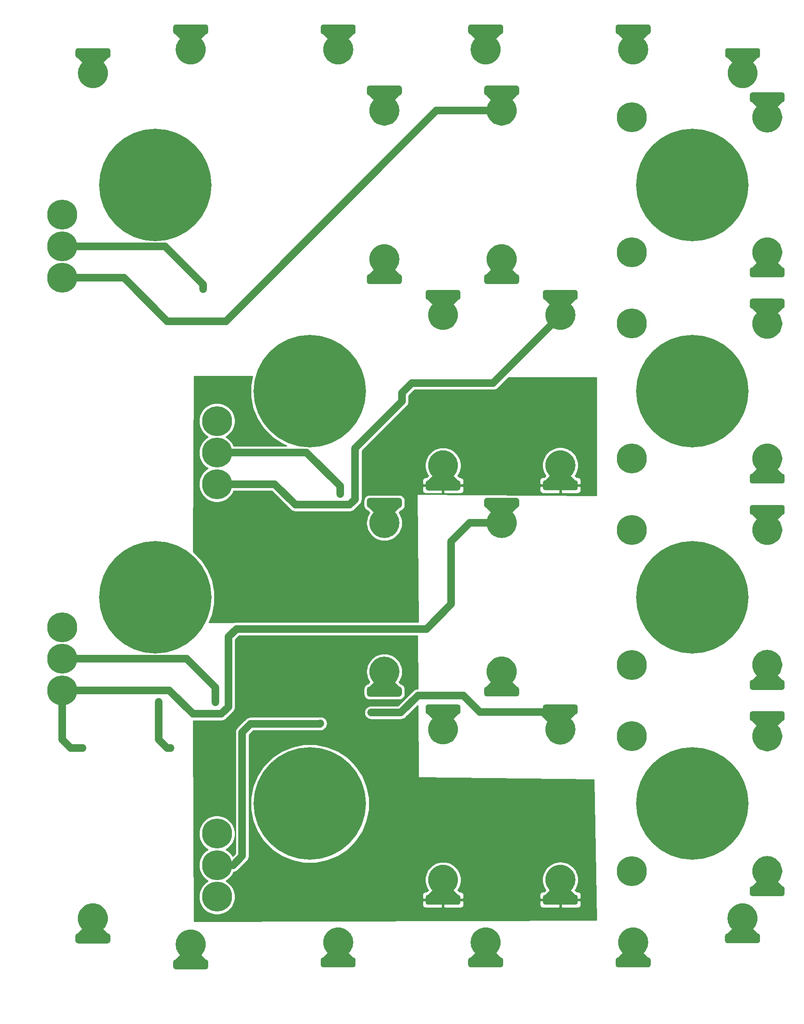
<source format=gbr>
%TF.GenerationSoftware,KiCad,Pcbnew,(5.1.9)-1*%
%TF.CreationDate,2021-08-08T20:50:52+02:00*%
%TF.ProjectId,SwitchBox,53776974-6368-4426-9f78-2e6b69636164,rev?*%
%TF.SameCoordinates,Original*%
%TF.FileFunction,Copper,L2,Bot*%
%TF.FilePolarity,Positive*%
%FSLAX46Y46*%
G04 Gerber Fmt 4.6, Leading zero omitted, Abs format (unit mm)*
G04 Created by KiCad (PCBNEW (5.1.9)-1) date 2021-08-08 20:50:52*
%MOMM*%
%LPD*%
G01*
G04 APERTURE LIST*
%TA.AperFunction,ComponentPad*%
%ADD10C,22.500000*%
%TD*%
%TA.AperFunction,ComponentPad*%
%ADD11C,6.000000*%
%TD*%
%TA.AperFunction,ComponentPad*%
%ADD12C,0.100000*%
%TD*%
%TA.AperFunction,ViaPad*%
%ADD13C,1.500000*%
%TD*%
%TA.AperFunction,ViaPad*%
%ADD14C,0.800000*%
%TD*%
%TA.AperFunction,ViaPad*%
%ADD15C,1.000000*%
%TD*%
%TA.AperFunction,Conductor*%
%ADD16C,1.500000*%
%TD*%
%TA.AperFunction,Conductor*%
%ADD17C,0.254000*%
%TD*%
%TA.AperFunction,Conductor*%
%ADD18C,0.100000*%
%TD*%
G04 APERTURE END LIST*
D10*
%TO.P,D9,*%
%TO.N,*%
X161190000Y-64650000D03*
D11*
%TO.P,D9,2*%
%TO.N,Net-(D9-Pad2)*%
X149090000Y-78150000D03*
%TO.P,D9,1*%
%TO.N,Net-(D9-Pad1)*%
X149090000Y-51150000D03*
%TD*%
%TO.P,D10,1*%
%TO.N,Net-(D10-Pad1)*%
X149090000Y-92406666D03*
%TO.P,D10,2*%
%TO.N,Net-(D10-Pad2)*%
X149090000Y-119406666D03*
D10*
%TO.P,D10,*%
%TO.N,*%
X161190000Y-105906666D03*
%TD*%
%TO.P,D11,*%
%TO.N,*%
X161230000Y-147163332D03*
D11*
%TO.P,D11,2*%
%TO.N,Net-(D11-Pad2)*%
X149130000Y-160663332D03*
%TO.P,D11,1*%
%TO.N,Net-(D11-Pad1)*%
X149130000Y-133663332D03*
%TD*%
%TO.P,D12,1*%
%TO.N,Net-(D12-Pad1)*%
X149150000Y-174920000D03*
%TO.P,D12,2*%
%TO.N,Net-(D12-Pad2)*%
X149150000Y-201920000D03*
D10*
%TO.P,D12,*%
%TO.N,*%
X161250000Y-188420000D03*
%TD*%
%TO.P,BLACK,1*%
%TO.N,Net-(J1-Pad1)*%
%TA.AperFunction,ComponentPad*%
G36*
G01*
X38290000Y-214362777D02*
X44290000Y-214362777D01*
G75*
G02*
X44790000Y-214862777I0J-500000D01*
G01*
X44790000Y-215862777D01*
G75*
G02*
X44290000Y-216362777I-500000J0D01*
G01*
X38290000Y-216362777D01*
G75*
G02*
X37790000Y-215862777I0J500000D01*
G01*
X37790000Y-214862777D01*
G75*
G02*
X38290000Y-214362777I500000J0D01*
G01*
G37*
%TD.AperFunction*%
%TA.AperFunction,ComponentPad*%
D12*
G36*
X41730191Y-208395247D02*
G01*
X42018941Y-208452683D01*
X42300670Y-208538145D01*
X42572665Y-208650809D01*
X42832308Y-208789591D01*
X43077098Y-208953154D01*
X43304677Y-209139924D01*
X43512853Y-209348100D01*
X43699623Y-209575679D01*
X43863186Y-209820469D01*
X44001968Y-210080112D01*
X44114632Y-210352107D01*
X44200094Y-210633836D01*
X44257530Y-210922586D01*
X44286386Y-211215574D01*
X44286386Y-211509980D01*
X44257530Y-211802968D01*
X44200094Y-212091718D01*
X44114632Y-212373447D01*
X44001968Y-212645442D01*
X43863186Y-212905085D01*
X43699623Y-213149875D01*
X43512853Y-213377454D01*
X43408765Y-213481542D01*
X44290000Y-214362777D01*
X38290000Y-214362777D01*
X39171235Y-213481542D01*
X39067147Y-213377454D01*
X38880377Y-213149875D01*
X38716814Y-212905085D01*
X38578032Y-212645442D01*
X38465368Y-212373447D01*
X38379906Y-212091718D01*
X38322470Y-211802968D01*
X38293614Y-211509980D01*
X38293614Y-211215574D01*
X38322470Y-210922586D01*
X38379906Y-210633836D01*
X38465368Y-210352107D01*
X38578032Y-210080112D01*
X38716814Y-209820469D01*
X38880377Y-209575679D01*
X39067147Y-209348100D01*
X39275323Y-209139924D01*
X39502902Y-208953154D01*
X39747692Y-208789591D01*
X40007335Y-208650809D01*
X40279330Y-208538145D01*
X40561059Y-208452683D01*
X40849809Y-208395247D01*
X41142797Y-208366391D01*
X41437203Y-208366391D01*
X41730191Y-208395247D01*
G37*
%TD.AperFunction*%
%TD*%
%TA.AperFunction,ComponentPad*%
%TO.P,RED,1*%
%TO.N,Net-(J10-Pad1)*%
G36*
X40869809Y-45274753D02*
G01*
X40581059Y-45217317D01*
X40299330Y-45131855D01*
X40027335Y-45019191D01*
X39767692Y-44880409D01*
X39522902Y-44716846D01*
X39295323Y-44530076D01*
X39087147Y-44321900D01*
X38900377Y-44094321D01*
X38736814Y-43849531D01*
X38598032Y-43589888D01*
X38485368Y-43317893D01*
X38399906Y-43036164D01*
X38342470Y-42747414D01*
X38313614Y-42454426D01*
X38313614Y-42160020D01*
X38342470Y-41867032D01*
X38399906Y-41578282D01*
X38485368Y-41296553D01*
X38598032Y-41024558D01*
X38736814Y-40764915D01*
X38900377Y-40520125D01*
X39087147Y-40292546D01*
X39191235Y-40188458D01*
X38310000Y-39307223D01*
X44310000Y-39307223D01*
X43428765Y-40188458D01*
X43532853Y-40292546D01*
X43719623Y-40520125D01*
X43883186Y-40764915D01*
X44021968Y-41024558D01*
X44134632Y-41296553D01*
X44220094Y-41578282D01*
X44277530Y-41867032D01*
X44306386Y-42160020D01*
X44306386Y-42454426D01*
X44277530Y-42747414D01*
X44220094Y-43036164D01*
X44134632Y-43317893D01*
X44021968Y-43589888D01*
X43883186Y-43849531D01*
X43719623Y-44094321D01*
X43532853Y-44321900D01*
X43324677Y-44530076D01*
X43097098Y-44716846D01*
X42852308Y-44880409D01*
X42592665Y-45019191D01*
X42320670Y-45131855D01*
X42038941Y-45217317D01*
X41750191Y-45274753D01*
X41457203Y-45303609D01*
X41162797Y-45303609D01*
X40869809Y-45274753D01*
G37*
%TD.AperFunction*%
%TA.AperFunction,ComponentPad*%
G36*
G01*
X44310000Y-39307223D02*
X38310000Y-39307223D01*
G75*
G02*
X37810000Y-38807223I0J500000D01*
G01*
X37810000Y-37807223D01*
G75*
G02*
X38310000Y-37307223I500000J0D01*
G01*
X44310000Y-37307223D01*
G75*
G02*
X44810000Y-37807223I0J-500000D01*
G01*
X44810000Y-38807223D01*
G75*
G02*
X44310000Y-39307223I-500000J0D01*
G01*
G37*
%TD.AperFunction*%
%TD*%
%TA.AperFunction,ComponentPad*%
%TO.P,BLACK,1*%
%TO.N,Net-(J1-Pad1)*%
G36*
X61300191Y-213602470D02*
G01*
X61588941Y-213659906D01*
X61870670Y-213745368D01*
X62142665Y-213858032D01*
X62402308Y-213996814D01*
X62647098Y-214160377D01*
X62874677Y-214347147D01*
X63082853Y-214555323D01*
X63269623Y-214782902D01*
X63433186Y-215027692D01*
X63571968Y-215287335D01*
X63684632Y-215559330D01*
X63770094Y-215841059D01*
X63827530Y-216129809D01*
X63856386Y-216422797D01*
X63856386Y-216717203D01*
X63827530Y-217010191D01*
X63770094Y-217298941D01*
X63684632Y-217580670D01*
X63571968Y-217852665D01*
X63433186Y-218112308D01*
X63269623Y-218357098D01*
X63082853Y-218584677D01*
X62978765Y-218688765D01*
X63860000Y-219570000D01*
X57860000Y-219570000D01*
X58741235Y-218688765D01*
X58637147Y-218584677D01*
X58450377Y-218357098D01*
X58286814Y-218112308D01*
X58148032Y-217852665D01*
X58035368Y-217580670D01*
X57949906Y-217298941D01*
X57892470Y-217010191D01*
X57863614Y-216717203D01*
X57863614Y-216422797D01*
X57892470Y-216129809D01*
X57949906Y-215841059D01*
X58035368Y-215559330D01*
X58148032Y-215287335D01*
X58286814Y-215027692D01*
X58450377Y-214782902D01*
X58637147Y-214555323D01*
X58845323Y-214347147D01*
X59072902Y-214160377D01*
X59317692Y-213996814D01*
X59577335Y-213858032D01*
X59849330Y-213745368D01*
X60131059Y-213659906D01*
X60419809Y-213602470D01*
X60712797Y-213573614D01*
X61007203Y-213573614D01*
X61300191Y-213602470D01*
G37*
%TD.AperFunction*%
%TA.AperFunction,ComponentPad*%
G36*
G01*
X57860000Y-219570000D02*
X63860000Y-219570000D01*
G75*
G02*
X64360000Y-220070000I0J-500000D01*
G01*
X64360000Y-221070000D01*
G75*
G02*
X63860000Y-221570000I-500000J0D01*
G01*
X57860000Y-221570000D01*
G75*
G02*
X57360000Y-221070000I0J500000D01*
G01*
X57360000Y-220070000D01*
G75*
G02*
X57860000Y-219570000I500000J0D01*
G01*
G37*
%TD.AperFunction*%
%TD*%
%TO.P,RED,1*%
%TO.N,Net-(J10-Pad1)*%
%TA.AperFunction,ComponentPad*%
G36*
G01*
X63860000Y-34570000D02*
X57860000Y-34570000D01*
G75*
G02*
X57360000Y-34070000I0J500000D01*
G01*
X57360000Y-33070000D01*
G75*
G02*
X57860000Y-32570000I500000J0D01*
G01*
X63860000Y-32570000D01*
G75*
G02*
X64360000Y-33070000I0J-500000D01*
G01*
X64360000Y-34070000D01*
G75*
G02*
X63860000Y-34570000I-500000J0D01*
G01*
G37*
%TD.AperFunction*%
%TA.AperFunction,ComponentPad*%
G36*
X60419809Y-40537530D02*
G01*
X60131059Y-40480094D01*
X59849330Y-40394632D01*
X59577335Y-40281968D01*
X59317692Y-40143186D01*
X59072902Y-39979623D01*
X58845323Y-39792853D01*
X58637147Y-39584677D01*
X58450377Y-39357098D01*
X58286814Y-39112308D01*
X58148032Y-38852665D01*
X58035368Y-38580670D01*
X57949906Y-38298941D01*
X57892470Y-38010191D01*
X57863614Y-37717203D01*
X57863614Y-37422797D01*
X57892470Y-37129809D01*
X57949906Y-36841059D01*
X58035368Y-36559330D01*
X58148032Y-36287335D01*
X58286814Y-36027692D01*
X58450377Y-35782902D01*
X58637147Y-35555323D01*
X58741235Y-35451235D01*
X57860000Y-34570000D01*
X63860000Y-34570000D01*
X62978765Y-35451235D01*
X63082853Y-35555323D01*
X63269623Y-35782902D01*
X63433186Y-36027692D01*
X63571968Y-36287335D01*
X63684632Y-36559330D01*
X63770094Y-36841059D01*
X63827530Y-37129809D01*
X63856386Y-37422797D01*
X63856386Y-37717203D01*
X63827530Y-38010191D01*
X63770094Y-38298941D01*
X63684632Y-38580670D01*
X63571968Y-38852665D01*
X63433186Y-39112308D01*
X63269623Y-39357098D01*
X63082853Y-39584677D01*
X62874677Y-39792853D01*
X62647098Y-39979623D01*
X62402308Y-40143186D01*
X62142665Y-40281968D01*
X61870670Y-40394632D01*
X61588941Y-40480094D01*
X61300191Y-40537530D01*
X61007203Y-40566386D01*
X60712797Y-40566386D01*
X60419809Y-40537530D01*
G37*
%TD.AperFunction*%
%TD*%
%TO.P,BLACK,1*%
%TO.N,Net-(J1-Pad1)*%
%TA.AperFunction,ComponentPad*%
G36*
G01*
X87370000Y-219170000D02*
X93370000Y-219170000D01*
G75*
G02*
X93870000Y-219670000I0J-500000D01*
G01*
X93870000Y-220670000D01*
G75*
G02*
X93370000Y-221170000I-500000J0D01*
G01*
X87370000Y-221170000D01*
G75*
G02*
X86870000Y-220670000I0J500000D01*
G01*
X86870000Y-219670000D01*
G75*
G02*
X87370000Y-219170000I500000J0D01*
G01*
G37*
%TD.AperFunction*%
%TA.AperFunction,ComponentPad*%
G36*
X90810191Y-213202470D02*
G01*
X91098941Y-213259906D01*
X91380670Y-213345368D01*
X91652665Y-213458032D01*
X91912308Y-213596814D01*
X92157098Y-213760377D01*
X92384677Y-213947147D01*
X92592853Y-214155323D01*
X92779623Y-214382902D01*
X92943186Y-214627692D01*
X93081968Y-214887335D01*
X93194632Y-215159330D01*
X93280094Y-215441059D01*
X93337530Y-215729809D01*
X93366386Y-216022797D01*
X93366386Y-216317203D01*
X93337530Y-216610191D01*
X93280094Y-216898941D01*
X93194632Y-217180670D01*
X93081968Y-217452665D01*
X92943186Y-217712308D01*
X92779623Y-217957098D01*
X92592853Y-218184677D01*
X92488765Y-218288765D01*
X93370000Y-219170000D01*
X87370000Y-219170000D01*
X88251235Y-218288765D01*
X88147147Y-218184677D01*
X87960377Y-217957098D01*
X87796814Y-217712308D01*
X87658032Y-217452665D01*
X87545368Y-217180670D01*
X87459906Y-216898941D01*
X87402470Y-216610191D01*
X87373614Y-216317203D01*
X87373614Y-216022797D01*
X87402470Y-215729809D01*
X87459906Y-215441059D01*
X87545368Y-215159330D01*
X87658032Y-214887335D01*
X87796814Y-214627692D01*
X87960377Y-214382902D01*
X88147147Y-214155323D01*
X88355323Y-213947147D01*
X88582902Y-213760377D01*
X88827692Y-213596814D01*
X89087335Y-213458032D01*
X89359330Y-213345368D01*
X89641059Y-213259906D01*
X89929809Y-213202470D01*
X90222797Y-213173614D01*
X90517203Y-213173614D01*
X90810191Y-213202470D01*
G37*
%TD.AperFunction*%
%TD*%
%TA.AperFunction,ComponentPad*%
%TO.P,RED,1*%
%TO.N,Net-(J10-Pad1)*%
G36*
X89929809Y-40537530D02*
G01*
X89641059Y-40480094D01*
X89359330Y-40394632D01*
X89087335Y-40281968D01*
X88827692Y-40143186D01*
X88582902Y-39979623D01*
X88355323Y-39792853D01*
X88147147Y-39584677D01*
X87960377Y-39357098D01*
X87796814Y-39112308D01*
X87658032Y-38852665D01*
X87545368Y-38580670D01*
X87459906Y-38298941D01*
X87402470Y-38010191D01*
X87373614Y-37717203D01*
X87373614Y-37422797D01*
X87402470Y-37129809D01*
X87459906Y-36841059D01*
X87545368Y-36559330D01*
X87658032Y-36287335D01*
X87796814Y-36027692D01*
X87960377Y-35782902D01*
X88147147Y-35555323D01*
X88251235Y-35451235D01*
X87370000Y-34570000D01*
X93370000Y-34570000D01*
X92488765Y-35451235D01*
X92592853Y-35555323D01*
X92779623Y-35782902D01*
X92943186Y-36027692D01*
X93081968Y-36287335D01*
X93194632Y-36559330D01*
X93280094Y-36841059D01*
X93337530Y-37129809D01*
X93366386Y-37422797D01*
X93366386Y-37717203D01*
X93337530Y-38010191D01*
X93280094Y-38298941D01*
X93194632Y-38580670D01*
X93081968Y-38852665D01*
X92943186Y-39112308D01*
X92779623Y-39357098D01*
X92592853Y-39584677D01*
X92384677Y-39792853D01*
X92157098Y-39979623D01*
X91912308Y-40143186D01*
X91652665Y-40281968D01*
X91380670Y-40394632D01*
X91098941Y-40480094D01*
X90810191Y-40537530D01*
X90517203Y-40566386D01*
X90222797Y-40566386D01*
X89929809Y-40537530D01*
G37*
%TD.AperFunction*%
%TA.AperFunction,ComponentPad*%
G36*
G01*
X93370000Y-34570000D02*
X87370000Y-34570000D01*
G75*
G02*
X86870000Y-34070000I0J500000D01*
G01*
X86870000Y-33070000D01*
G75*
G02*
X87370000Y-32570000I500000J0D01*
G01*
X93370000Y-32570000D01*
G75*
G02*
X93870000Y-33070000I0J-500000D01*
G01*
X93870000Y-34070000D01*
G75*
G02*
X93370000Y-34570000I-500000J0D01*
G01*
G37*
%TD.AperFunction*%
%TD*%
%TA.AperFunction,ComponentPad*%
%TO.P,BLACK,1*%
%TO.N,Net-(J1-Pad1)*%
G36*
X120320191Y-213202470D02*
G01*
X120608941Y-213259906D01*
X120890670Y-213345368D01*
X121162665Y-213458032D01*
X121422308Y-213596814D01*
X121667098Y-213760377D01*
X121894677Y-213947147D01*
X122102853Y-214155323D01*
X122289623Y-214382902D01*
X122453186Y-214627692D01*
X122591968Y-214887335D01*
X122704632Y-215159330D01*
X122790094Y-215441059D01*
X122847530Y-215729809D01*
X122876386Y-216022797D01*
X122876386Y-216317203D01*
X122847530Y-216610191D01*
X122790094Y-216898941D01*
X122704632Y-217180670D01*
X122591968Y-217452665D01*
X122453186Y-217712308D01*
X122289623Y-217957098D01*
X122102853Y-218184677D01*
X121998765Y-218288765D01*
X122880000Y-219170000D01*
X116880000Y-219170000D01*
X117761235Y-218288765D01*
X117657147Y-218184677D01*
X117470377Y-217957098D01*
X117306814Y-217712308D01*
X117168032Y-217452665D01*
X117055368Y-217180670D01*
X116969906Y-216898941D01*
X116912470Y-216610191D01*
X116883614Y-216317203D01*
X116883614Y-216022797D01*
X116912470Y-215729809D01*
X116969906Y-215441059D01*
X117055368Y-215159330D01*
X117168032Y-214887335D01*
X117306814Y-214627692D01*
X117470377Y-214382902D01*
X117657147Y-214155323D01*
X117865323Y-213947147D01*
X118092902Y-213760377D01*
X118337692Y-213596814D01*
X118597335Y-213458032D01*
X118869330Y-213345368D01*
X119151059Y-213259906D01*
X119439809Y-213202470D01*
X119732797Y-213173614D01*
X120027203Y-213173614D01*
X120320191Y-213202470D01*
G37*
%TD.AperFunction*%
%TA.AperFunction,ComponentPad*%
G36*
G01*
X116880000Y-219170000D02*
X122880000Y-219170000D01*
G75*
G02*
X123380000Y-219670000I0J-500000D01*
G01*
X123380000Y-220670000D01*
G75*
G02*
X122880000Y-221170000I-500000J0D01*
G01*
X116880000Y-221170000D01*
G75*
G02*
X116380000Y-220670000I0J500000D01*
G01*
X116380000Y-219670000D01*
G75*
G02*
X116880000Y-219170000I500000J0D01*
G01*
G37*
%TD.AperFunction*%
%TD*%
%TO.P,RED,1*%
%TO.N,Net-(J10-Pad1)*%
%TA.AperFunction,ComponentPad*%
G36*
G01*
X122880000Y-34570000D02*
X116880000Y-34570000D01*
G75*
G02*
X116380000Y-34070000I0J500000D01*
G01*
X116380000Y-33070000D01*
G75*
G02*
X116880000Y-32570000I500000J0D01*
G01*
X122880000Y-32570000D01*
G75*
G02*
X123380000Y-33070000I0J-500000D01*
G01*
X123380000Y-34070000D01*
G75*
G02*
X122880000Y-34570000I-500000J0D01*
G01*
G37*
%TD.AperFunction*%
%TA.AperFunction,ComponentPad*%
G36*
X119439809Y-40537530D02*
G01*
X119151059Y-40480094D01*
X118869330Y-40394632D01*
X118597335Y-40281968D01*
X118337692Y-40143186D01*
X118092902Y-39979623D01*
X117865323Y-39792853D01*
X117657147Y-39584677D01*
X117470377Y-39357098D01*
X117306814Y-39112308D01*
X117168032Y-38852665D01*
X117055368Y-38580670D01*
X116969906Y-38298941D01*
X116912470Y-38010191D01*
X116883614Y-37717203D01*
X116883614Y-37422797D01*
X116912470Y-37129809D01*
X116969906Y-36841059D01*
X117055368Y-36559330D01*
X117168032Y-36287335D01*
X117306814Y-36027692D01*
X117470377Y-35782902D01*
X117657147Y-35555323D01*
X117761235Y-35451235D01*
X116880000Y-34570000D01*
X122880000Y-34570000D01*
X121998765Y-35451235D01*
X122102853Y-35555323D01*
X122289623Y-35782902D01*
X122453186Y-36027692D01*
X122591968Y-36287335D01*
X122704632Y-36559330D01*
X122790094Y-36841059D01*
X122847530Y-37129809D01*
X122876386Y-37422797D01*
X122876386Y-37717203D01*
X122847530Y-38010191D01*
X122790094Y-38298941D01*
X122704632Y-38580670D01*
X122591968Y-38852665D01*
X122453186Y-39112308D01*
X122289623Y-39357098D01*
X122102853Y-39584677D01*
X121894677Y-39792853D01*
X121667098Y-39979623D01*
X121422308Y-40143186D01*
X121162665Y-40281968D01*
X120890670Y-40394632D01*
X120608941Y-40480094D01*
X120320191Y-40537530D01*
X120027203Y-40566386D01*
X119732797Y-40566386D01*
X119439809Y-40537530D01*
G37*
%TD.AperFunction*%
%TD*%
%TO.P,BLACK,1*%
%TO.N,Net-(J1-Pad1)*%
%TA.AperFunction,ComponentPad*%
G36*
G01*
X146390000Y-219170000D02*
X152390000Y-219170000D01*
G75*
G02*
X152890000Y-219670000I0J-500000D01*
G01*
X152890000Y-220670000D01*
G75*
G02*
X152390000Y-221170000I-500000J0D01*
G01*
X146390000Y-221170000D01*
G75*
G02*
X145890000Y-220670000I0J500000D01*
G01*
X145890000Y-219670000D01*
G75*
G02*
X146390000Y-219170000I500000J0D01*
G01*
G37*
%TD.AperFunction*%
%TA.AperFunction,ComponentPad*%
G36*
X149830191Y-213202470D02*
G01*
X150118941Y-213259906D01*
X150400670Y-213345368D01*
X150672665Y-213458032D01*
X150932308Y-213596814D01*
X151177098Y-213760377D01*
X151404677Y-213947147D01*
X151612853Y-214155323D01*
X151799623Y-214382902D01*
X151963186Y-214627692D01*
X152101968Y-214887335D01*
X152214632Y-215159330D01*
X152300094Y-215441059D01*
X152357530Y-215729809D01*
X152386386Y-216022797D01*
X152386386Y-216317203D01*
X152357530Y-216610191D01*
X152300094Y-216898941D01*
X152214632Y-217180670D01*
X152101968Y-217452665D01*
X151963186Y-217712308D01*
X151799623Y-217957098D01*
X151612853Y-218184677D01*
X151508765Y-218288765D01*
X152390000Y-219170000D01*
X146390000Y-219170000D01*
X147271235Y-218288765D01*
X147167147Y-218184677D01*
X146980377Y-217957098D01*
X146816814Y-217712308D01*
X146678032Y-217452665D01*
X146565368Y-217180670D01*
X146479906Y-216898941D01*
X146422470Y-216610191D01*
X146393614Y-216317203D01*
X146393614Y-216022797D01*
X146422470Y-215729809D01*
X146479906Y-215441059D01*
X146565368Y-215159330D01*
X146678032Y-214887335D01*
X146816814Y-214627692D01*
X146980377Y-214382902D01*
X147167147Y-214155323D01*
X147375323Y-213947147D01*
X147602902Y-213760377D01*
X147847692Y-213596814D01*
X148107335Y-213458032D01*
X148379330Y-213345368D01*
X148661059Y-213259906D01*
X148949809Y-213202470D01*
X149242797Y-213173614D01*
X149537203Y-213173614D01*
X149830191Y-213202470D01*
G37*
%TD.AperFunction*%
%TD*%
%TA.AperFunction,ComponentPad*%
%TO.P,RED,1*%
%TO.N,Net-(J10-Pad1)*%
G36*
X148949809Y-40537530D02*
G01*
X148661059Y-40480094D01*
X148379330Y-40394632D01*
X148107335Y-40281968D01*
X147847692Y-40143186D01*
X147602902Y-39979623D01*
X147375323Y-39792853D01*
X147167147Y-39584677D01*
X146980377Y-39357098D01*
X146816814Y-39112308D01*
X146678032Y-38852665D01*
X146565368Y-38580670D01*
X146479906Y-38298941D01*
X146422470Y-38010191D01*
X146393614Y-37717203D01*
X146393614Y-37422797D01*
X146422470Y-37129809D01*
X146479906Y-36841059D01*
X146565368Y-36559330D01*
X146678032Y-36287335D01*
X146816814Y-36027692D01*
X146980377Y-35782902D01*
X147167147Y-35555323D01*
X147271235Y-35451235D01*
X146390000Y-34570000D01*
X152390000Y-34570000D01*
X151508765Y-35451235D01*
X151612853Y-35555323D01*
X151799623Y-35782902D01*
X151963186Y-36027692D01*
X152101968Y-36287335D01*
X152214632Y-36559330D01*
X152300094Y-36841059D01*
X152357530Y-37129809D01*
X152386386Y-37422797D01*
X152386386Y-37717203D01*
X152357530Y-38010191D01*
X152300094Y-38298941D01*
X152214632Y-38580670D01*
X152101968Y-38852665D01*
X151963186Y-39112308D01*
X151799623Y-39357098D01*
X151612853Y-39584677D01*
X151404677Y-39792853D01*
X151177098Y-39979623D01*
X150932308Y-40143186D01*
X150672665Y-40281968D01*
X150400670Y-40394632D01*
X150118941Y-40480094D01*
X149830191Y-40537530D01*
X149537203Y-40566386D01*
X149242797Y-40566386D01*
X148949809Y-40537530D01*
G37*
%TD.AperFunction*%
%TA.AperFunction,ComponentPad*%
G36*
G01*
X152390000Y-34570000D02*
X146390000Y-34570000D01*
G75*
G02*
X145890000Y-34070000I0J500000D01*
G01*
X145890000Y-33070000D01*
G75*
G02*
X146390000Y-32570000I500000J0D01*
G01*
X152390000Y-32570000D01*
G75*
G02*
X152890000Y-33070000I0J-500000D01*
G01*
X152890000Y-34070000D01*
G75*
G02*
X152390000Y-34570000I-500000J0D01*
G01*
G37*
%TD.AperFunction*%
%TD*%
%TA.AperFunction,ComponentPad*%
%TO.P,BLACK,1*%
%TO.N,Net-(J1-Pad1)*%
G36*
X171720191Y-208385247D02*
G01*
X172008941Y-208442683D01*
X172290670Y-208528145D01*
X172562665Y-208640809D01*
X172822308Y-208779591D01*
X173067098Y-208943154D01*
X173294677Y-209129924D01*
X173502853Y-209338100D01*
X173689623Y-209565679D01*
X173853186Y-209810469D01*
X173991968Y-210070112D01*
X174104632Y-210342107D01*
X174190094Y-210623836D01*
X174247530Y-210912586D01*
X174276386Y-211205574D01*
X174276386Y-211499980D01*
X174247530Y-211792968D01*
X174190094Y-212081718D01*
X174104632Y-212363447D01*
X173991968Y-212635442D01*
X173853186Y-212895085D01*
X173689623Y-213139875D01*
X173502853Y-213367454D01*
X173398765Y-213471542D01*
X174280000Y-214352777D01*
X168280000Y-214352777D01*
X169161235Y-213471542D01*
X169057147Y-213367454D01*
X168870377Y-213139875D01*
X168706814Y-212895085D01*
X168568032Y-212635442D01*
X168455368Y-212363447D01*
X168369906Y-212081718D01*
X168312470Y-211792968D01*
X168283614Y-211499980D01*
X168283614Y-211205574D01*
X168312470Y-210912586D01*
X168369906Y-210623836D01*
X168455368Y-210342107D01*
X168568032Y-210070112D01*
X168706814Y-209810469D01*
X168870377Y-209565679D01*
X169057147Y-209338100D01*
X169265323Y-209129924D01*
X169492902Y-208943154D01*
X169737692Y-208779591D01*
X169997335Y-208640809D01*
X170269330Y-208528145D01*
X170551059Y-208442683D01*
X170839809Y-208385247D01*
X171132797Y-208356391D01*
X171427203Y-208356391D01*
X171720191Y-208385247D01*
G37*
%TD.AperFunction*%
%TA.AperFunction,ComponentPad*%
G36*
G01*
X168280000Y-214352777D02*
X174280000Y-214352777D01*
G75*
G02*
X174780000Y-214852777I0J-500000D01*
G01*
X174780000Y-215852777D01*
G75*
G02*
X174280000Y-216352777I-500000J0D01*
G01*
X168280000Y-216352777D01*
G75*
G02*
X167780000Y-215852777I0J500000D01*
G01*
X167780000Y-214852777D01*
G75*
G02*
X168280000Y-214352777I500000J0D01*
G01*
G37*
%TD.AperFunction*%
%TD*%
%TO.P,RED,1*%
%TO.N,Net-(J10-Pad1)*%
%TA.AperFunction,ComponentPad*%
G36*
G01*
X174300000Y-39297223D02*
X168300000Y-39297223D01*
G75*
G02*
X167800000Y-38797223I0J500000D01*
G01*
X167800000Y-37797223D01*
G75*
G02*
X168300000Y-37297223I500000J0D01*
G01*
X174300000Y-37297223D01*
G75*
G02*
X174800000Y-37797223I0J-500000D01*
G01*
X174800000Y-38797223D01*
G75*
G02*
X174300000Y-39297223I-500000J0D01*
G01*
G37*
%TD.AperFunction*%
%TA.AperFunction,ComponentPad*%
G36*
X170859809Y-45264753D02*
G01*
X170571059Y-45207317D01*
X170289330Y-45121855D01*
X170017335Y-45009191D01*
X169757692Y-44870409D01*
X169512902Y-44706846D01*
X169285323Y-44520076D01*
X169077147Y-44311900D01*
X168890377Y-44084321D01*
X168726814Y-43839531D01*
X168588032Y-43579888D01*
X168475368Y-43307893D01*
X168389906Y-43026164D01*
X168332470Y-42737414D01*
X168303614Y-42444426D01*
X168303614Y-42150020D01*
X168332470Y-41857032D01*
X168389906Y-41568282D01*
X168475368Y-41286553D01*
X168588032Y-41014558D01*
X168726814Y-40754915D01*
X168890377Y-40510125D01*
X169077147Y-40282546D01*
X169181235Y-40178458D01*
X168300000Y-39297223D01*
X174300000Y-39297223D01*
X173418765Y-40178458D01*
X173522853Y-40282546D01*
X173709623Y-40510125D01*
X173873186Y-40754915D01*
X174011968Y-41014558D01*
X174124632Y-41286553D01*
X174210094Y-41568282D01*
X174267530Y-41857032D01*
X174296386Y-42150020D01*
X174296386Y-42444426D01*
X174267530Y-42737414D01*
X174210094Y-43026164D01*
X174124632Y-43307893D01*
X174011968Y-43579888D01*
X173873186Y-43839531D01*
X173709623Y-44084321D01*
X173522853Y-44311900D01*
X173314677Y-44520076D01*
X173087098Y-44706846D01*
X172842308Y-44870409D01*
X172582665Y-45009191D01*
X172310670Y-45121855D01*
X172028941Y-45207317D01*
X171740191Y-45264753D01*
X171447203Y-45293609D01*
X171152797Y-45293609D01*
X170859809Y-45264753D01*
G37*
%TD.AperFunction*%
%TD*%
%TO.P,BLACK,1*%
%TO.N,/PASS1_NO*%
%TA.AperFunction,ComponentPad*%
G36*
G01*
X102610000Y-46790000D02*
X96610000Y-46790000D01*
G75*
G02*
X96110000Y-46290000I0J500000D01*
G01*
X96110000Y-45290000D01*
G75*
G02*
X96610000Y-44790000I500000J0D01*
G01*
X102610000Y-44790000D01*
G75*
G02*
X103110000Y-45290000I0J-500000D01*
G01*
X103110000Y-46290000D01*
G75*
G02*
X102610000Y-46790000I-500000J0D01*
G01*
G37*
%TD.AperFunction*%
%TA.AperFunction,ComponentPad*%
G36*
X99169809Y-52757530D02*
G01*
X98881059Y-52700094D01*
X98599330Y-52614632D01*
X98327335Y-52501968D01*
X98067692Y-52363186D01*
X97822902Y-52199623D01*
X97595323Y-52012853D01*
X97387147Y-51804677D01*
X97200377Y-51577098D01*
X97036814Y-51332308D01*
X96898032Y-51072665D01*
X96785368Y-50800670D01*
X96699906Y-50518941D01*
X96642470Y-50230191D01*
X96613614Y-49937203D01*
X96613614Y-49642797D01*
X96642470Y-49349809D01*
X96699906Y-49061059D01*
X96785368Y-48779330D01*
X96898032Y-48507335D01*
X97036814Y-48247692D01*
X97200377Y-48002902D01*
X97387147Y-47775323D01*
X97491235Y-47671235D01*
X96610000Y-46790000D01*
X102610000Y-46790000D01*
X101728765Y-47671235D01*
X101832853Y-47775323D01*
X102019623Y-48002902D01*
X102183186Y-48247692D01*
X102321968Y-48507335D01*
X102434632Y-48779330D01*
X102520094Y-49061059D01*
X102577530Y-49349809D01*
X102606386Y-49642797D01*
X102606386Y-49937203D01*
X102577530Y-50230191D01*
X102520094Y-50518941D01*
X102434632Y-50800670D01*
X102321968Y-51072665D01*
X102183186Y-51332308D01*
X102019623Y-51577098D01*
X101832853Y-51804677D01*
X101624677Y-52012853D01*
X101397098Y-52199623D01*
X101152308Y-52363186D01*
X100892665Y-52501968D01*
X100620670Y-52614632D01*
X100338941Y-52700094D01*
X100050191Y-52757530D01*
X99757203Y-52786386D01*
X99462797Y-52786386D01*
X99169809Y-52757530D01*
G37*
%TD.AperFunction*%
%TD*%
%TA.AperFunction,ComponentPad*%
%TO.P,BLACK,1*%
%TO.N,/PASS2_NO*%
G36*
X110909809Y-93647530D02*
G01*
X110621059Y-93590094D01*
X110339330Y-93504632D01*
X110067335Y-93391968D01*
X109807692Y-93253186D01*
X109562902Y-93089623D01*
X109335323Y-92902853D01*
X109127147Y-92694677D01*
X108940377Y-92467098D01*
X108776814Y-92222308D01*
X108638032Y-91962665D01*
X108525368Y-91690670D01*
X108439906Y-91408941D01*
X108382470Y-91120191D01*
X108353614Y-90827203D01*
X108353614Y-90532797D01*
X108382470Y-90239809D01*
X108439906Y-89951059D01*
X108525368Y-89669330D01*
X108638032Y-89397335D01*
X108776814Y-89137692D01*
X108940377Y-88892902D01*
X109127147Y-88665323D01*
X109231235Y-88561235D01*
X108350000Y-87680000D01*
X114350000Y-87680000D01*
X113468765Y-88561235D01*
X113572853Y-88665323D01*
X113759623Y-88892902D01*
X113923186Y-89137692D01*
X114061968Y-89397335D01*
X114174632Y-89669330D01*
X114260094Y-89951059D01*
X114317530Y-90239809D01*
X114346386Y-90532797D01*
X114346386Y-90827203D01*
X114317530Y-91120191D01*
X114260094Y-91408941D01*
X114174632Y-91690670D01*
X114061968Y-91962665D01*
X113923186Y-92222308D01*
X113759623Y-92467098D01*
X113572853Y-92694677D01*
X113364677Y-92902853D01*
X113137098Y-93089623D01*
X112892308Y-93253186D01*
X112632665Y-93391968D01*
X112360670Y-93504632D01*
X112078941Y-93590094D01*
X111790191Y-93647530D01*
X111497203Y-93676386D01*
X111202797Y-93676386D01*
X110909809Y-93647530D01*
G37*
%TD.AperFunction*%
%TA.AperFunction,ComponentPad*%
G36*
G01*
X114350000Y-87680000D02*
X108350000Y-87680000D01*
G75*
G02*
X107850000Y-87180000I0J500000D01*
G01*
X107850000Y-86180000D01*
G75*
G02*
X108350000Y-85680000I500000J0D01*
G01*
X114350000Y-85680000D01*
G75*
G02*
X114850000Y-86180000I0J-500000D01*
G01*
X114850000Y-87180000D01*
G75*
G02*
X114350000Y-87680000I-500000J0D01*
G01*
G37*
%TD.AperFunction*%
%TD*%
%TA.AperFunction,ComponentPad*%
%TO.P,BLACK,1*%
%TO.N,/IN1\u002A*%
G36*
X100050191Y-76532470D02*
G01*
X100338941Y-76589906D01*
X100620670Y-76675368D01*
X100892665Y-76788032D01*
X101152308Y-76926814D01*
X101397098Y-77090377D01*
X101624677Y-77277147D01*
X101832853Y-77485323D01*
X102019623Y-77712902D01*
X102183186Y-77957692D01*
X102321968Y-78217335D01*
X102434632Y-78489330D01*
X102520094Y-78771059D01*
X102577530Y-79059809D01*
X102606386Y-79352797D01*
X102606386Y-79647203D01*
X102577530Y-79940191D01*
X102520094Y-80228941D01*
X102434632Y-80510670D01*
X102321968Y-80782665D01*
X102183186Y-81042308D01*
X102019623Y-81287098D01*
X101832853Y-81514677D01*
X101728765Y-81618765D01*
X102610000Y-82500000D01*
X96610000Y-82500000D01*
X97491235Y-81618765D01*
X97387147Y-81514677D01*
X97200377Y-81287098D01*
X97036814Y-81042308D01*
X96898032Y-80782665D01*
X96785368Y-80510670D01*
X96699906Y-80228941D01*
X96642470Y-79940191D01*
X96613614Y-79647203D01*
X96613614Y-79352797D01*
X96642470Y-79059809D01*
X96699906Y-78771059D01*
X96785368Y-78489330D01*
X96898032Y-78217335D01*
X97036814Y-77957692D01*
X97200377Y-77712902D01*
X97387147Y-77485323D01*
X97595323Y-77277147D01*
X97822902Y-77090377D01*
X98067692Y-76926814D01*
X98327335Y-76788032D01*
X98599330Y-76675368D01*
X98881059Y-76589906D01*
X99169809Y-76532470D01*
X99462797Y-76503614D01*
X99757203Y-76503614D01*
X100050191Y-76532470D01*
G37*
%TD.AperFunction*%
%TA.AperFunction,ComponentPad*%
G36*
G01*
X96610000Y-82500000D02*
X102610000Y-82500000D01*
G75*
G02*
X103110000Y-83000000I0J-500000D01*
G01*
X103110000Y-84000000D01*
G75*
G02*
X102610000Y-84500000I-500000J0D01*
G01*
X96610000Y-84500000D01*
G75*
G02*
X96110000Y-84000000I0J500000D01*
G01*
X96110000Y-83000000D01*
G75*
G02*
X96610000Y-82500000I500000J0D01*
G01*
G37*
%TD.AperFunction*%
%TD*%
%TA.AperFunction,ComponentPad*%
%TO.P,BLACK,1*%
%TO.N,/IN2\u002A*%
G36*
X111790191Y-117802470D02*
G01*
X112078941Y-117859906D01*
X112360670Y-117945368D01*
X112632665Y-118058032D01*
X112892308Y-118196814D01*
X113137098Y-118360377D01*
X113364677Y-118547147D01*
X113572853Y-118755323D01*
X113759623Y-118982902D01*
X113923186Y-119227692D01*
X114061968Y-119487335D01*
X114174632Y-119759330D01*
X114260094Y-120041059D01*
X114317530Y-120329809D01*
X114346386Y-120622797D01*
X114346386Y-120917203D01*
X114317530Y-121210191D01*
X114260094Y-121498941D01*
X114174632Y-121780670D01*
X114061968Y-122052665D01*
X113923186Y-122312308D01*
X113759623Y-122557098D01*
X113572853Y-122784677D01*
X113468765Y-122888765D01*
X114350000Y-123770000D01*
X108350000Y-123770000D01*
X109231235Y-122888765D01*
X109127147Y-122784677D01*
X108940377Y-122557098D01*
X108776814Y-122312308D01*
X108638032Y-122052665D01*
X108525368Y-121780670D01*
X108439906Y-121498941D01*
X108382470Y-121210191D01*
X108353614Y-120917203D01*
X108353614Y-120622797D01*
X108382470Y-120329809D01*
X108439906Y-120041059D01*
X108525368Y-119759330D01*
X108638032Y-119487335D01*
X108776814Y-119227692D01*
X108940377Y-118982902D01*
X109127147Y-118755323D01*
X109335323Y-118547147D01*
X109562902Y-118360377D01*
X109807692Y-118196814D01*
X110067335Y-118058032D01*
X110339330Y-117945368D01*
X110621059Y-117859906D01*
X110909809Y-117802470D01*
X111202797Y-117773614D01*
X111497203Y-117773614D01*
X111790191Y-117802470D01*
G37*
%TD.AperFunction*%
%TA.AperFunction,ComponentPad*%
G36*
G01*
X108350000Y-123770000D02*
X114350000Y-123770000D01*
G75*
G02*
X114850000Y-124270000I0J-500000D01*
G01*
X114850000Y-125270000D01*
G75*
G02*
X114350000Y-125770000I-500000J0D01*
G01*
X108350000Y-125770000D01*
G75*
G02*
X107850000Y-125270000I0J500000D01*
G01*
X107850000Y-124270000D01*
G75*
G02*
X108350000Y-123770000I500000J0D01*
G01*
G37*
%TD.AperFunction*%
%TD*%
%TA.AperFunction,ComponentPad*%
%TO.P,BLACK,1*%
%TO.N,/PASS3_NO*%
G36*
X99169809Y-135237530D02*
G01*
X98881059Y-135180094D01*
X98599330Y-135094632D01*
X98327335Y-134981968D01*
X98067692Y-134843186D01*
X97822902Y-134679623D01*
X97595323Y-134492853D01*
X97387147Y-134284677D01*
X97200377Y-134057098D01*
X97036814Y-133812308D01*
X96898032Y-133552665D01*
X96785368Y-133280670D01*
X96699906Y-132998941D01*
X96642470Y-132710191D01*
X96613614Y-132417203D01*
X96613614Y-132122797D01*
X96642470Y-131829809D01*
X96699906Y-131541059D01*
X96785368Y-131259330D01*
X96898032Y-130987335D01*
X97036814Y-130727692D01*
X97200377Y-130482902D01*
X97387147Y-130255323D01*
X97491235Y-130151235D01*
X96610000Y-129270000D01*
X102610000Y-129270000D01*
X101728765Y-130151235D01*
X101832853Y-130255323D01*
X102019623Y-130482902D01*
X102183186Y-130727692D01*
X102321968Y-130987335D01*
X102434632Y-131259330D01*
X102520094Y-131541059D01*
X102577530Y-131829809D01*
X102606386Y-132122797D01*
X102606386Y-132417203D01*
X102577530Y-132710191D01*
X102520094Y-132998941D01*
X102434632Y-133280670D01*
X102321968Y-133552665D01*
X102183186Y-133812308D01*
X102019623Y-134057098D01*
X101832853Y-134284677D01*
X101624677Y-134492853D01*
X101397098Y-134679623D01*
X101152308Y-134843186D01*
X100892665Y-134981968D01*
X100620670Y-135094632D01*
X100338941Y-135180094D01*
X100050191Y-135237530D01*
X99757203Y-135266386D01*
X99462797Y-135266386D01*
X99169809Y-135237530D01*
G37*
%TD.AperFunction*%
%TA.AperFunction,ComponentPad*%
G36*
G01*
X102610000Y-129270000D02*
X96610000Y-129270000D01*
G75*
G02*
X96110000Y-128770000I0J500000D01*
G01*
X96110000Y-127770000D01*
G75*
G02*
X96610000Y-127270000I500000J0D01*
G01*
X102610000Y-127270000D01*
G75*
G02*
X103110000Y-127770000I0J-500000D01*
G01*
X103110000Y-128770000D01*
G75*
G02*
X102610000Y-129270000I-500000J0D01*
G01*
G37*
%TD.AperFunction*%
%TD*%
%TO.P,BLACK,1*%
%TO.N,/PASS4_NO*%
%TA.AperFunction,ComponentPad*%
G36*
G01*
X114350000Y-170570000D02*
X108350000Y-170570000D01*
G75*
G02*
X107850000Y-170070000I0J500000D01*
G01*
X107850000Y-169070000D01*
G75*
G02*
X108350000Y-168570000I500000J0D01*
G01*
X114350000Y-168570000D01*
G75*
G02*
X114850000Y-169070000I0J-500000D01*
G01*
X114850000Y-170070000D01*
G75*
G02*
X114350000Y-170570000I-500000J0D01*
G01*
G37*
%TD.AperFunction*%
%TA.AperFunction,ComponentPad*%
G36*
X110909809Y-176537530D02*
G01*
X110621059Y-176480094D01*
X110339330Y-176394632D01*
X110067335Y-176281968D01*
X109807692Y-176143186D01*
X109562902Y-175979623D01*
X109335323Y-175792853D01*
X109127147Y-175584677D01*
X108940377Y-175357098D01*
X108776814Y-175112308D01*
X108638032Y-174852665D01*
X108525368Y-174580670D01*
X108439906Y-174298941D01*
X108382470Y-174010191D01*
X108353614Y-173717203D01*
X108353614Y-173422797D01*
X108382470Y-173129809D01*
X108439906Y-172841059D01*
X108525368Y-172559330D01*
X108638032Y-172287335D01*
X108776814Y-172027692D01*
X108940377Y-171782902D01*
X109127147Y-171555323D01*
X109231235Y-171451235D01*
X108350000Y-170570000D01*
X114350000Y-170570000D01*
X113468765Y-171451235D01*
X113572853Y-171555323D01*
X113759623Y-171782902D01*
X113923186Y-172027692D01*
X114061968Y-172287335D01*
X114174632Y-172559330D01*
X114260094Y-172841059D01*
X114317530Y-173129809D01*
X114346386Y-173422797D01*
X114346386Y-173717203D01*
X114317530Y-174010191D01*
X114260094Y-174298941D01*
X114174632Y-174580670D01*
X114061968Y-174852665D01*
X113923186Y-175112308D01*
X113759623Y-175357098D01*
X113572853Y-175584677D01*
X113364677Y-175792853D01*
X113137098Y-175979623D01*
X112892308Y-176143186D01*
X112632665Y-176281968D01*
X112360670Y-176394632D01*
X112078941Y-176480094D01*
X111790191Y-176537530D01*
X111497203Y-176566386D01*
X111202797Y-176566386D01*
X110909809Y-176537530D01*
G37*
%TD.AperFunction*%
%TD*%
%TO.P,BLACK,1*%
%TO.N,/IN3\u002A*%
%TA.AperFunction,ComponentPad*%
G36*
G01*
X96610000Y-165010000D02*
X102610000Y-165010000D01*
G75*
G02*
X103110000Y-165510000I0J-500000D01*
G01*
X103110000Y-166510000D01*
G75*
G02*
X102610000Y-167010000I-500000J0D01*
G01*
X96610000Y-167010000D01*
G75*
G02*
X96110000Y-166510000I0J500000D01*
G01*
X96110000Y-165510000D01*
G75*
G02*
X96610000Y-165010000I500000J0D01*
G01*
G37*
%TD.AperFunction*%
%TA.AperFunction,ComponentPad*%
G36*
X100050191Y-159042470D02*
G01*
X100338941Y-159099906D01*
X100620670Y-159185368D01*
X100892665Y-159298032D01*
X101152308Y-159436814D01*
X101397098Y-159600377D01*
X101624677Y-159787147D01*
X101832853Y-159995323D01*
X102019623Y-160222902D01*
X102183186Y-160467692D01*
X102321968Y-160727335D01*
X102434632Y-160999330D01*
X102520094Y-161281059D01*
X102577530Y-161569809D01*
X102606386Y-161862797D01*
X102606386Y-162157203D01*
X102577530Y-162450191D01*
X102520094Y-162738941D01*
X102434632Y-163020670D01*
X102321968Y-163292665D01*
X102183186Y-163552308D01*
X102019623Y-163797098D01*
X101832853Y-164024677D01*
X101728765Y-164128765D01*
X102610000Y-165010000D01*
X96610000Y-165010000D01*
X97491235Y-164128765D01*
X97387147Y-164024677D01*
X97200377Y-163797098D01*
X97036814Y-163552308D01*
X96898032Y-163292665D01*
X96785368Y-163020670D01*
X96699906Y-162738941D01*
X96642470Y-162450191D01*
X96613614Y-162157203D01*
X96613614Y-161862797D01*
X96642470Y-161569809D01*
X96699906Y-161281059D01*
X96785368Y-160999330D01*
X96898032Y-160727335D01*
X97036814Y-160467692D01*
X97200377Y-160222902D01*
X97387147Y-159995323D01*
X97595323Y-159787147D01*
X97822902Y-159600377D01*
X98067692Y-159436814D01*
X98327335Y-159298032D01*
X98599330Y-159185368D01*
X98881059Y-159099906D01*
X99169809Y-159042470D01*
X99462797Y-159013614D01*
X99757203Y-159013614D01*
X100050191Y-159042470D01*
G37*
%TD.AperFunction*%
%TD*%
%TO.P,BLACK,1*%
%TO.N,/IN4\u002A*%
%TA.AperFunction,ComponentPad*%
G36*
G01*
X108350000Y-206650000D02*
X114350000Y-206650000D01*
G75*
G02*
X114850000Y-207150000I0J-500000D01*
G01*
X114850000Y-208150000D01*
G75*
G02*
X114350000Y-208650000I-500000J0D01*
G01*
X108350000Y-208650000D01*
G75*
G02*
X107850000Y-208150000I0J500000D01*
G01*
X107850000Y-207150000D01*
G75*
G02*
X108350000Y-206650000I500000J0D01*
G01*
G37*
%TD.AperFunction*%
%TA.AperFunction,ComponentPad*%
G36*
X111790191Y-200682470D02*
G01*
X112078941Y-200739906D01*
X112360670Y-200825368D01*
X112632665Y-200938032D01*
X112892308Y-201076814D01*
X113137098Y-201240377D01*
X113364677Y-201427147D01*
X113572853Y-201635323D01*
X113759623Y-201862902D01*
X113923186Y-202107692D01*
X114061968Y-202367335D01*
X114174632Y-202639330D01*
X114260094Y-202921059D01*
X114317530Y-203209809D01*
X114346386Y-203502797D01*
X114346386Y-203797203D01*
X114317530Y-204090191D01*
X114260094Y-204378941D01*
X114174632Y-204660670D01*
X114061968Y-204932665D01*
X113923186Y-205192308D01*
X113759623Y-205437098D01*
X113572853Y-205664677D01*
X113468765Y-205768765D01*
X114350000Y-206650000D01*
X108350000Y-206650000D01*
X109231235Y-205768765D01*
X109127147Y-205664677D01*
X108940377Y-205437098D01*
X108776814Y-205192308D01*
X108638032Y-204932665D01*
X108525368Y-204660670D01*
X108439906Y-204378941D01*
X108382470Y-204090191D01*
X108353614Y-203797203D01*
X108353614Y-203502797D01*
X108382470Y-203209809D01*
X108439906Y-202921059D01*
X108525368Y-202639330D01*
X108638032Y-202367335D01*
X108776814Y-202107692D01*
X108940377Y-201862902D01*
X109127147Y-201635323D01*
X109335323Y-201427147D01*
X109562902Y-201240377D01*
X109807692Y-201076814D01*
X110067335Y-200938032D01*
X110339330Y-200825368D01*
X110621059Y-200739906D01*
X110909809Y-200682470D01*
X111202797Y-200653614D01*
X111497203Y-200653614D01*
X111790191Y-200682470D01*
G37*
%TD.AperFunction*%
%TD*%
%TA.AperFunction,ComponentPad*%
%TO.P,BLACK,1*%
%TO.N,/PASS1_NC*%
G36*
X122639809Y-52757530D02*
G01*
X122351059Y-52700094D01*
X122069330Y-52614632D01*
X121797335Y-52501968D01*
X121537692Y-52363186D01*
X121292902Y-52199623D01*
X121065323Y-52012853D01*
X120857147Y-51804677D01*
X120670377Y-51577098D01*
X120506814Y-51332308D01*
X120368032Y-51072665D01*
X120255368Y-50800670D01*
X120169906Y-50518941D01*
X120112470Y-50230191D01*
X120083614Y-49937203D01*
X120083614Y-49642797D01*
X120112470Y-49349809D01*
X120169906Y-49061059D01*
X120255368Y-48779330D01*
X120368032Y-48507335D01*
X120506814Y-48247692D01*
X120670377Y-48002902D01*
X120857147Y-47775323D01*
X120961235Y-47671235D01*
X120080000Y-46790000D01*
X126080000Y-46790000D01*
X125198765Y-47671235D01*
X125302853Y-47775323D01*
X125489623Y-48002902D01*
X125653186Y-48247692D01*
X125791968Y-48507335D01*
X125904632Y-48779330D01*
X125990094Y-49061059D01*
X126047530Y-49349809D01*
X126076386Y-49642797D01*
X126076386Y-49937203D01*
X126047530Y-50230191D01*
X125990094Y-50518941D01*
X125904632Y-50800670D01*
X125791968Y-51072665D01*
X125653186Y-51332308D01*
X125489623Y-51577098D01*
X125302853Y-51804677D01*
X125094677Y-52012853D01*
X124867098Y-52199623D01*
X124622308Y-52363186D01*
X124362665Y-52501968D01*
X124090670Y-52614632D01*
X123808941Y-52700094D01*
X123520191Y-52757530D01*
X123227203Y-52786386D01*
X122932797Y-52786386D01*
X122639809Y-52757530D01*
G37*
%TD.AperFunction*%
%TA.AperFunction,ComponentPad*%
G36*
G01*
X126080000Y-46790000D02*
X120080000Y-46790000D01*
G75*
G02*
X119580000Y-46290000I0J500000D01*
G01*
X119580000Y-45290000D01*
G75*
G02*
X120080000Y-44790000I500000J0D01*
G01*
X126080000Y-44790000D01*
G75*
G02*
X126580000Y-45290000I0J-500000D01*
G01*
X126580000Y-46290000D01*
G75*
G02*
X126080000Y-46790000I-500000J0D01*
G01*
G37*
%TD.AperFunction*%
%TD*%
%TA.AperFunction,ComponentPad*%
%TO.P,BLACK,1*%
%TO.N,/PASS2_NC*%
G36*
X134379809Y-93647530D02*
G01*
X134091059Y-93590094D01*
X133809330Y-93504632D01*
X133537335Y-93391968D01*
X133277692Y-93253186D01*
X133032902Y-93089623D01*
X132805323Y-92902853D01*
X132597147Y-92694677D01*
X132410377Y-92467098D01*
X132246814Y-92222308D01*
X132108032Y-91962665D01*
X131995368Y-91690670D01*
X131909906Y-91408941D01*
X131852470Y-91120191D01*
X131823614Y-90827203D01*
X131823614Y-90532797D01*
X131852470Y-90239809D01*
X131909906Y-89951059D01*
X131995368Y-89669330D01*
X132108032Y-89397335D01*
X132246814Y-89137692D01*
X132410377Y-88892902D01*
X132597147Y-88665323D01*
X132701235Y-88561235D01*
X131820000Y-87680000D01*
X137820000Y-87680000D01*
X136938765Y-88561235D01*
X137042853Y-88665323D01*
X137229623Y-88892902D01*
X137393186Y-89137692D01*
X137531968Y-89397335D01*
X137644632Y-89669330D01*
X137730094Y-89951059D01*
X137787530Y-90239809D01*
X137816386Y-90532797D01*
X137816386Y-90827203D01*
X137787530Y-91120191D01*
X137730094Y-91408941D01*
X137644632Y-91690670D01*
X137531968Y-91962665D01*
X137393186Y-92222308D01*
X137229623Y-92467098D01*
X137042853Y-92694677D01*
X136834677Y-92902853D01*
X136607098Y-93089623D01*
X136362308Y-93253186D01*
X136102665Y-93391968D01*
X135830670Y-93504632D01*
X135548941Y-93590094D01*
X135260191Y-93647530D01*
X134967203Y-93676386D01*
X134672797Y-93676386D01*
X134379809Y-93647530D01*
G37*
%TD.AperFunction*%
%TA.AperFunction,ComponentPad*%
G36*
G01*
X137820000Y-87680000D02*
X131820000Y-87680000D01*
G75*
G02*
X131320000Y-87180000I0J500000D01*
G01*
X131320000Y-86180000D01*
G75*
G02*
X131820000Y-85680000I500000J0D01*
G01*
X137820000Y-85680000D01*
G75*
G02*
X138320000Y-86180000I0J-500000D01*
G01*
X138320000Y-87180000D01*
G75*
G02*
X137820000Y-87680000I-500000J0D01*
G01*
G37*
%TD.AperFunction*%
%TD*%
%TO.P,BLACK,1*%
%TO.N,/IN1\u002A*%
%TA.AperFunction,ComponentPad*%
G36*
G01*
X120080000Y-82500000D02*
X126080000Y-82500000D01*
G75*
G02*
X126580000Y-83000000I0J-500000D01*
G01*
X126580000Y-84000000D01*
G75*
G02*
X126080000Y-84500000I-500000J0D01*
G01*
X120080000Y-84500000D01*
G75*
G02*
X119580000Y-84000000I0J500000D01*
G01*
X119580000Y-83000000D01*
G75*
G02*
X120080000Y-82500000I500000J0D01*
G01*
G37*
%TD.AperFunction*%
%TA.AperFunction,ComponentPad*%
G36*
X123520191Y-76532470D02*
G01*
X123808941Y-76589906D01*
X124090670Y-76675368D01*
X124362665Y-76788032D01*
X124622308Y-76926814D01*
X124867098Y-77090377D01*
X125094677Y-77277147D01*
X125302853Y-77485323D01*
X125489623Y-77712902D01*
X125653186Y-77957692D01*
X125791968Y-78217335D01*
X125904632Y-78489330D01*
X125990094Y-78771059D01*
X126047530Y-79059809D01*
X126076386Y-79352797D01*
X126076386Y-79647203D01*
X126047530Y-79940191D01*
X125990094Y-80228941D01*
X125904632Y-80510670D01*
X125791968Y-80782665D01*
X125653186Y-81042308D01*
X125489623Y-81287098D01*
X125302853Y-81514677D01*
X125198765Y-81618765D01*
X126080000Y-82500000D01*
X120080000Y-82500000D01*
X120961235Y-81618765D01*
X120857147Y-81514677D01*
X120670377Y-81287098D01*
X120506814Y-81042308D01*
X120368032Y-80782665D01*
X120255368Y-80510670D01*
X120169906Y-80228941D01*
X120112470Y-79940191D01*
X120083614Y-79647203D01*
X120083614Y-79352797D01*
X120112470Y-79059809D01*
X120169906Y-78771059D01*
X120255368Y-78489330D01*
X120368032Y-78217335D01*
X120506814Y-77957692D01*
X120670377Y-77712902D01*
X120857147Y-77485323D01*
X121065323Y-77277147D01*
X121292902Y-77090377D01*
X121537692Y-76926814D01*
X121797335Y-76788032D01*
X122069330Y-76675368D01*
X122351059Y-76589906D01*
X122639809Y-76532470D01*
X122932797Y-76503614D01*
X123227203Y-76503614D01*
X123520191Y-76532470D01*
G37*
%TD.AperFunction*%
%TD*%
%TO.P,BLACK,1*%
%TO.N,/IN2\u002A*%
%TA.AperFunction,ComponentPad*%
G36*
G01*
X131820000Y-123740000D02*
X137820000Y-123740000D01*
G75*
G02*
X138320000Y-124240000I0J-500000D01*
G01*
X138320000Y-125240000D01*
G75*
G02*
X137820000Y-125740000I-500000J0D01*
G01*
X131820000Y-125740000D01*
G75*
G02*
X131320000Y-125240000I0J500000D01*
G01*
X131320000Y-124240000D01*
G75*
G02*
X131820000Y-123740000I500000J0D01*
G01*
G37*
%TD.AperFunction*%
%TA.AperFunction,ComponentPad*%
G36*
X135260191Y-117772470D02*
G01*
X135548941Y-117829906D01*
X135830670Y-117915368D01*
X136102665Y-118028032D01*
X136362308Y-118166814D01*
X136607098Y-118330377D01*
X136834677Y-118517147D01*
X137042853Y-118725323D01*
X137229623Y-118952902D01*
X137393186Y-119197692D01*
X137531968Y-119457335D01*
X137644632Y-119729330D01*
X137730094Y-120011059D01*
X137787530Y-120299809D01*
X137816386Y-120592797D01*
X137816386Y-120887203D01*
X137787530Y-121180191D01*
X137730094Y-121468941D01*
X137644632Y-121750670D01*
X137531968Y-122022665D01*
X137393186Y-122282308D01*
X137229623Y-122527098D01*
X137042853Y-122754677D01*
X136938765Y-122858765D01*
X137820000Y-123740000D01*
X131820000Y-123740000D01*
X132701235Y-122858765D01*
X132597147Y-122754677D01*
X132410377Y-122527098D01*
X132246814Y-122282308D01*
X132108032Y-122022665D01*
X131995368Y-121750670D01*
X131909906Y-121468941D01*
X131852470Y-121180191D01*
X131823614Y-120887203D01*
X131823614Y-120592797D01*
X131852470Y-120299809D01*
X131909906Y-120011059D01*
X131995368Y-119729330D01*
X132108032Y-119457335D01*
X132246814Y-119197692D01*
X132410377Y-118952902D01*
X132597147Y-118725323D01*
X132805323Y-118517147D01*
X133032902Y-118330377D01*
X133277692Y-118166814D01*
X133537335Y-118028032D01*
X133809330Y-117915368D01*
X134091059Y-117829906D01*
X134379809Y-117772470D01*
X134672797Y-117743614D01*
X134967203Y-117743614D01*
X135260191Y-117772470D01*
G37*
%TD.AperFunction*%
%TD*%
%TO.P,BLACK,1*%
%TO.N,/PASS3_NC*%
%TA.AperFunction,ComponentPad*%
G36*
G01*
X126080000Y-129270000D02*
X120080000Y-129270000D01*
G75*
G02*
X119580000Y-128770000I0J500000D01*
G01*
X119580000Y-127770000D01*
G75*
G02*
X120080000Y-127270000I500000J0D01*
G01*
X126080000Y-127270000D01*
G75*
G02*
X126580000Y-127770000I0J-500000D01*
G01*
X126580000Y-128770000D01*
G75*
G02*
X126080000Y-129270000I-500000J0D01*
G01*
G37*
%TD.AperFunction*%
%TA.AperFunction,ComponentPad*%
G36*
X122639809Y-135237530D02*
G01*
X122351059Y-135180094D01*
X122069330Y-135094632D01*
X121797335Y-134981968D01*
X121537692Y-134843186D01*
X121292902Y-134679623D01*
X121065323Y-134492853D01*
X120857147Y-134284677D01*
X120670377Y-134057098D01*
X120506814Y-133812308D01*
X120368032Y-133552665D01*
X120255368Y-133280670D01*
X120169906Y-132998941D01*
X120112470Y-132710191D01*
X120083614Y-132417203D01*
X120083614Y-132122797D01*
X120112470Y-131829809D01*
X120169906Y-131541059D01*
X120255368Y-131259330D01*
X120368032Y-130987335D01*
X120506814Y-130727692D01*
X120670377Y-130482902D01*
X120857147Y-130255323D01*
X120961235Y-130151235D01*
X120080000Y-129270000D01*
X126080000Y-129270000D01*
X125198765Y-130151235D01*
X125302853Y-130255323D01*
X125489623Y-130482902D01*
X125653186Y-130727692D01*
X125791968Y-130987335D01*
X125904632Y-131259330D01*
X125990094Y-131541059D01*
X126047530Y-131829809D01*
X126076386Y-132122797D01*
X126076386Y-132417203D01*
X126047530Y-132710191D01*
X125990094Y-132998941D01*
X125904632Y-133280670D01*
X125791968Y-133552665D01*
X125653186Y-133812308D01*
X125489623Y-134057098D01*
X125302853Y-134284677D01*
X125094677Y-134492853D01*
X124867098Y-134679623D01*
X124622308Y-134843186D01*
X124362665Y-134981968D01*
X124090670Y-135094632D01*
X123808941Y-135180094D01*
X123520191Y-135237530D01*
X123227203Y-135266386D01*
X122932797Y-135266386D01*
X122639809Y-135237530D01*
G37*
%TD.AperFunction*%
%TD*%
%TA.AperFunction,ComponentPad*%
%TO.P,BLACK,1*%
%TO.N,/PASS4_NC*%
G36*
X134379809Y-176547530D02*
G01*
X134091059Y-176490094D01*
X133809330Y-176404632D01*
X133537335Y-176291968D01*
X133277692Y-176153186D01*
X133032902Y-175989623D01*
X132805323Y-175802853D01*
X132597147Y-175594677D01*
X132410377Y-175367098D01*
X132246814Y-175122308D01*
X132108032Y-174862665D01*
X131995368Y-174590670D01*
X131909906Y-174308941D01*
X131852470Y-174020191D01*
X131823614Y-173727203D01*
X131823614Y-173432797D01*
X131852470Y-173139809D01*
X131909906Y-172851059D01*
X131995368Y-172569330D01*
X132108032Y-172297335D01*
X132246814Y-172037692D01*
X132410377Y-171792902D01*
X132597147Y-171565323D01*
X132701235Y-171461235D01*
X131820000Y-170580000D01*
X137820000Y-170580000D01*
X136938765Y-171461235D01*
X137042853Y-171565323D01*
X137229623Y-171792902D01*
X137393186Y-172037692D01*
X137531968Y-172297335D01*
X137644632Y-172569330D01*
X137730094Y-172851059D01*
X137787530Y-173139809D01*
X137816386Y-173432797D01*
X137816386Y-173727203D01*
X137787530Y-174020191D01*
X137730094Y-174308941D01*
X137644632Y-174590670D01*
X137531968Y-174862665D01*
X137393186Y-175122308D01*
X137229623Y-175367098D01*
X137042853Y-175594677D01*
X136834677Y-175802853D01*
X136607098Y-175989623D01*
X136362308Y-176153186D01*
X136102665Y-176291968D01*
X135830670Y-176404632D01*
X135548941Y-176490094D01*
X135260191Y-176547530D01*
X134967203Y-176576386D01*
X134672797Y-176576386D01*
X134379809Y-176547530D01*
G37*
%TD.AperFunction*%
%TA.AperFunction,ComponentPad*%
G36*
G01*
X137820000Y-170580000D02*
X131820000Y-170580000D01*
G75*
G02*
X131320000Y-170080000I0J500000D01*
G01*
X131320000Y-169080000D01*
G75*
G02*
X131820000Y-168580000I500000J0D01*
G01*
X137820000Y-168580000D01*
G75*
G02*
X138320000Y-169080000I0J-500000D01*
G01*
X138320000Y-170080000D01*
G75*
G02*
X137820000Y-170580000I-500000J0D01*
G01*
G37*
%TD.AperFunction*%
%TD*%
%TA.AperFunction,ComponentPad*%
%TO.P,BLACK,1*%
%TO.N,/IN3\u002A*%
G36*
X123520191Y-159032470D02*
G01*
X123808941Y-159089906D01*
X124090670Y-159175368D01*
X124362665Y-159288032D01*
X124622308Y-159426814D01*
X124867098Y-159590377D01*
X125094677Y-159777147D01*
X125302853Y-159985323D01*
X125489623Y-160212902D01*
X125653186Y-160457692D01*
X125791968Y-160717335D01*
X125904632Y-160989330D01*
X125990094Y-161271059D01*
X126047530Y-161559809D01*
X126076386Y-161852797D01*
X126076386Y-162147203D01*
X126047530Y-162440191D01*
X125990094Y-162728941D01*
X125904632Y-163010670D01*
X125791968Y-163282665D01*
X125653186Y-163542308D01*
X125489623Y-163787098D01*
X125302853Y-164014677D01*
X125198765Y-164118765D01*
X126080000Y-165000000D01*
X120080000Y-165000000D01*
X120961235Y-164118765D01*
X120857147Y-164014677D01*
X120670377Y-163787098D01*
X120506814Y-163542308D01*
X120368032Y-163282665D01*
X120255368Y-163010670D01*
X120169906Y-162728941D01*
X120112470Y-162440191D01*
X120083614Y-162147203D01*
X120083614Y-161852797D01*
X120112470Y-161559809D01*
X120169906Y-161271059D01*
X120255368Y-160989330D01*
X120368032Y-160717335D01*
X120506814Y-160457692D01*
X120670377Y-160212902D01*
X120857147Y-159985323D01*
X121065323Y-159777147D01*
X121292902Y-159590377D01*
X121537692Y-159426814D01*
X121797335Y-159288032D01*
X122069330Y-159175368D01*
X122351059Y-159089906D01*
X122639809Y-159032470D01*
X122932797Y-159003614D01*
X123227203Y-159003614D01*
X123520191Y-159032470D01*
G37*
%TD.AperFunction*%
%TA.AperFunction,ComponentPad*%
G36*
G01*
X120080000Y-165000000D02*
X126080000Y-165000000D01*
G75*
G02*
X126580000Y-165500000I0J-500000D01*
G01*
X126580000Y-166500000D01*
G75*
G02*
X126080000Y-167000000I-500000J0D01*
G01*
X120080000Y-167000000D01*
G75*
G02*
X119580000Y-166500000I0J500000D01*
G01*
X119580000Y-165500000D01*
G75*
G02*
X120080000Y-165000000I500000J0D01*
G01*
G37*
%TD.AperFunction*%
%TD*%
%TO.P,BLACK,1*%
%TO.N,/IN4\u002A*%
%TA.AperFunction,ComponentPad*%
G36*
G01*
X131820000Y-206640000D02*
X137820000Y-206640000D01*
G75*
G02*
X138320000Y-207140000I0J-500000D01*
G01*
X138320000Y-208140000D01*
G75*
G02*
X137820000Y-208640000I-500000J0D01*
G01*
X131820000Y-208640000D01*
G75*
G02*
X131320000Y-208140000I0J500000D01*
G01*
X131320000Y-207140000D01*
G75*
G02*
X131820000Y-206640000I500000J0D01*
G01*
G37*
%TD.AperFunction*%
%TA.AperFunction,ComponentPad*%
G36*
X135260191Y-200672470D02*
G01*
X135548941Y-200729906D01*
X135830670Y-200815368D01*
X136102665Y-200928032D01*
X136362308Y-201066814D01*
X136607098Y-201230377D01*
X136834677Y-201417147D01*
X137042853Y-201625323D01*
X137229623Y-201852902D01*
X137393186Y-202097692D01*
X137531968Y-202357335D01*
X137644632Y-202629330D01*
X137730094Y-202911059D01*
X137787530Y-203199809D01*
X137816386Y-203492797D01*
X137816386Y-203787203D01*
X137787530Y-204080191D01*
X137730094Y-204368941D01*
X137644632Y-204650670D01*
X137531968Y-204922665D01*
X137393186Y-205182308D01*
X137229623Y-205427098D01*
X137042853Y-205654677D01*
X136938765Y-205758765D01*
X137820000Y-206640000D01*
X131820000Y-206640000D01*
X132701235Y-205758765D01*
X132597147Y-205654677D01*
X132410377Y-205427098D01*
X132246814Y-205182308D01*
X132108032Y-204922665D01*
X131995368Y-204650670D01*
X131909906Y-204368941D01*
X131852470Y-204080191D01*
X131823614Y-203787203D01*
X131823614Y-203492797D01*
X131852470Y-203199809D01*
X131909906Y-202911059D01*
X131995368Y-202629330D01*
X132108032Y-202357335D01*
X132246814Y-202097692D01*
X132410377Y-201852902D01*
X132597147Y-201625323D01*
X132805323Y-201417147D01*
X133032902Y-201230377D01*
X133277692Y-201066814D01*
X133537335Y-200928032D01*
X133809330Y-200815368D01*
X134091059Y-200729906D01*
X134379809Y-200672470D01*
X134672797Y-200643614D01*
X134967203Y-200643614D01*
X135260191Y-200672470D01*
G37*
%TD.AperFunction*%
%TD*%
%TO.P,BLACK,1*%
%TO.N,Net-(D9-Pad1)*%
%TA.AperFunction,ComponentPad*%
G36*
G01*
X179220000Y-48157223D02*
X173220000Y-48157223D01*
G75*
G02*
X172720000Y-47657223I0J500000D01*
G01*
X172720000Y-46657223D01*
G75*
G02*
X173220000Y-46157223I500000J0D01*
G01*
X179220000Y-46157223D01*
G75*
G02*
X179720000Y-46657223I0J-500000D01*
G01*
X179720000Y-47657223D01*
G75*
G02*
X179220000Y-48157223I-500000J0D01*
G01*
G37*
%TD.AperFunction*%
%TA.AperFunction,ComponentPad*%
G36*
X175779809Y-54124753D02*
G01*
X175491059Y-54067317D01*
X175209330Y-53981855D01*
X174937335Y-53869191D01*
X174677692Y-53730409D01*
X174432902Y-53566846D01*
X174205323Y-53380076D01*
X173997147Y-53171900D01*
X173810377Y-52944321D01*
X173646814Y-52699531D01*
X173508032Y-52439888D01*
X173395368Y-52167893D01*
X173309906Y-51886164D01*
X173252470Y-51597414D01*
X173223614Y-51304426D01*
X173223614Y-51010020D01*
X173252470Y-50717032D01*
X173309906Y-50428282D01*
X173395368Y-50146553D01*
X173508032Y-49874558D01*
X173646814Y-49614915D01*
X173810377Y-49370125D01*
X173997147Y-49142546D01*
X174101235Y-49038458D01*
X173220000Y-48157223D01*
X179220000Y-48157223D01*
X178338765Y-49038458D01*
X178442853Y-49142546D01*
X178629623Y-49370125D01*
X178793186Y-49614915D01*
X178931968Y-49874558D01*
X179044632Y-50146553D01*
X179130094Y-50428282D01*
X179187530Y-50717032D01*
X179216386Y-51010020D01*
X179216386Y-51304426D01*
X179187530Y-51597414D01*
X179130094Y-51886164D01*
X179044632Y-52167893D01*
X178931968Y-52439888D01*
X178793186Y-52699531D01*
X178629623Y-52944321D01*
X178442853Y-53171900D01*
X178234677Y-53380076D01*
X178007098Y-53566846D01*
X177762308Y-53730409D01*
X177502665Y-53869191D01*
X177230670Y-53981855D01*
X176948941Y-54067317D01*
X176660191Y-54124753D01*
X176367203Y-54153609D01*
X176072797Y-54153609D01*
X175779809Y-54124753D01*
G37*
%TD.AperFunction*%
%TD*%
%TA.AperFunction,ComponentPad*%
%TO.P,BLACK,1*%
%TO.N,Net-(D9-Pad2)*%
G36*
X176660191Y-75175247D02*
G01*
X176948941Y-75232683D01*
X177230670Y-75318145D01*
X177502665Y-75430809D01*
X177762308Y-75569591D01*
X178007098Y-75733154D01*
X178234677Y-75919924D01*
X178442853Y-76128100D01*
X178629623Y-76355679D01*
X178793186Y-76600469D01*
X178931968Y-76860112D01*
X179044632Y-77132107D01*
X179130094Y-77413836D01*
X179187530Y-77702586D01*
X179216386Y-77995574D01*
X179216386Y-78289980D01*
X179187530Y-78582968D01*
X179130094Y-78871718D01*
X179044632Y-79153447D01*
X178931968Y-79425442D01*
X178793186Y-79685085D01*
X178629623Y-79929875D01*
X178442853Y-80157454D01*
X178338765Y-80261542D01*
X179220000Y-81142777D01*
X173220000Y-81142777D01*
X174101235Y-80261542D01*
X173997147Y-80157454D01*
X173810377Y-79929875D01*
X173646814Y-79685085D01*
X173508032Y-79425442D01*
X173395368Y-79153447D01*
X173309906Y-78871718D01*
X173252470Y-78582968D01*
X173223614Y-78289980D01*
X173223614Y-77995574D01*
X173252470Y-77702586D01*
X173309906Y-77413836D01*
X173395368Y-77132107D01*
X173508032Y-76860112D01*
X173646814Y-76600469D01*
X173810377Y-76355679D01*
X173997147Y-76128100D01*
X174205323Y-75919924D01*
X174432902Y-75733154D01*
X174677692Y-75569591D01*
X174937335Y-75430809D01*
X175209330Y-75318145D01*
X175491059Y-75232683D01*
X175779809Y-75175247D01*
X176072797Y-75146391D01*
X176367203Y-75146391D01*
X176660191Y-75175247D01*
G37*
%TD.AperFunction*%
%TA.AperFunction,ComponentPad*%
G36*
G01*
X173220000Y-81142777D02*
X179220000Y-81142777D01*
G75*
G02*
X179720000Y-81642777I0J-500000D01*
G01*
X179720000Y-82642777D01*
G75*
G02*
X179220000Y-83142777I-500000J0D01*
G01*
X173220000Y-83142777D01*
G75*
G02*
X172720000Y-82642777I0J500000D01*
G01*
X172720000Y-81642777D01*
G75*
G02*
X173220000Y-81142777I500000J0D01*
G01*
G37*
%TD.AperFunction*%
%TD*%
%TA.AperFunction,ComponentPad*%
%TO.P,BLACK,1*%
%TO.N,Net-(D10-Pad1)*%
G36*
X175779809Y-95381419D02*
G01*
X175491059Y-95323983D01*
X175209330Y-95238521D01*
X174937335Y-95125857D01*
X174677692Y-94987075D01*
X174432902Y-94823512D01*
X174205323Y-94636742D01*
X173997147Y-94428566D01*
X173810377Y-94200987D01*
X173646814Y-93956197D01*
X173508032Y-93696554D01*
X173395368Y-93424559D01*
X173309906Y-93142830D01*
X173252470Y-92854080D01*
X173223614Y-92561092D01*
X173223614Y-92266686D01*
X173252470Y-91973698D01*
X173309906Y-91684948D01*
X173395368Y-91403219D01*
X173508032Y-91131224D01*
X173646814Y-90871581D01*
X173810377Y-90626791D01*
X173997147Y-90399212D01*
X174101235Y-90295124D01*
X173220000Y-89413889D01*
X179220000Y-89413889D01*
X178338765Y-90295124D01*
X178442853Y-90399212D01*
X178629623Y-90626791D01*
X178793186Y-90871581D01*
X178931968Y-91131224D01*
X179044632Y-91403219D01*
X179130094Y-91684948D01*
X179187530Y-91973698D01*
X179216386Y-92266686D01*
X179216386Y-92561092D01*
X179187530Y-92854080D01*
X179130094Y-93142830D01*
X179044632Y-93424559D01*
X178931968Y-93696554D01*
X178793186Y-93956197D01*
X178629623Y-94200987D01*
X178442853Y-94428566D01*
X178234677Y-94636742D01*
X178007098Y-94823512D01*
X177762308Y-94987075D01*
X177502665Y-95125857D01*
X177230670Y-95238521D01*
X176948941Y-95323983D01*
X176660191Y-95381419D01*
X176367203Y-95410275D01*
X176072797Y-95410275D01*
X175779809Y-95381419D01*
G37*
%TD.AperFunction*%
%TA.AperFunction,ComponentPad*%
G36*
G01*
X179220000Y-89413889D02*
X173220000Y-89413889D01*
G75*
G02*
X172720000Y-88913889I0J500000D01*
G01*
X172720000Y-87913889D01*
G75*
G02*
X173220000Y-87413889I500000J0D01*
G01*
X179220000Y-87413889D01*
G75*
G02*
X179720000Y-87913889I0J-500000D01*
G01*
X179720000Y-88913889D01*
G75*
G02*
X179220000Y-89413889I-500000J0D01*
G01*
G37*
%TD.AperFunction*%
%TD*%
%TO.P,BLACK,1*%
%TO.N,Net-(D10-Pad2)*%
%TA.AperFunction,ComponentPad*%
G36*
G01*
X173220000Y-122399443D02*
X179220000Y-122399443D01*
G75*
G02*
X179720000Y-122899443I0J-500000D01*
G01*
X179720000Y-123899443D01*
G75*
G02*
X179220000Y-124399443I-500000J0D01*
G01*
X173220000Y-124399443D01*
G75*
G02*
X172720000Y-123899443I0J500000D01*
G01*
X172720000Y-122899443D01*
G75*
G02*
X173220000Y-122399443I500000J0D01*
G01*
G37*
%TD.AperFunction*%
%TA.AperFunction,ComponentPad*%
G36*
X176660191Y-116431913D02*
G01*
X176948941Y-116489349D01*
X177230670Y-116574811D01*
X177502665Y-116687475D01*
X177762308Y-116826257D01*
X178007098Y-116989820D01*
X178234677Y-117176590D01*
X178442853Y-117384766D01*
X178629623Y-117612345D01*
X178793186Y-117857135D01*
X178931968Y-118116778D01*
X179044632Y-118388773D01*
X179130094Y-118670502D01*
X179187530Y-118959252D01*
X179216386Y-119252240D01*
X179216386Y-119546646D01*
X179187530Y-119839634D01*
X179130094Y-120128384D01*
X179044632Y-120410113D01*
X178931968Y-120682108D01*
X178793186Y-120941751D01*
X178629623Y-121186541D01*
X178442853Y-121414120D01*
X178338765Y-121518208D01*
X179220000Y-122399443D01*
X173220000Y-122399443D01*
X174101235Y-121518208D01*
X173997147Y-121414120D01*
X173810377Y-121186541D01*
X173646814Y-120941751D01*
X173508032Y-120682108D01*
X173395368Y-120410113D01*
X173309906Y-120128384D01*
X173252470Y-119839634D01*
X173223614Y-119546646D01*
X173223614Y-119252240D01*
X173252470Y-118959252D01*
X173309906Y-118670502D01*
X173395368Y-118388773D01*
X173508032Y-118116778D01*
X173646814Y-117857135D01*
X173810377Y-117612345D01*
X173997147Y-117384766D01*
X174205323Y-117176590D01*
X174432902Y-116989820D01*
X174677692Y-116826257D01*
X174937335Y-116687475D01*
X175209330Y-116574811D01*
X175491059Y-116489349D01*
X175779809Y-116431913D01*
X176072797Y-116403057D01*
X176367203Y-116403057D01*
X176660191Y-116431913D01*
G37*
%TD.AperFunction*%
%TD*%
%TO.P,BLACK,1*%
%TO.N,Net-(D11-Pad1)*%
%TA.AperFunction,ComponentPad*%
G36*
G01*
X179220000Y-130670555D02*
X173220000Y-130670555D01*
G75*
G02*
X172720000Y-130170555I0J500000D01*
G01*
X172720000Y-129170555D01*
G75*
G02*
X173220000Y-128670555I500000J0D01*
G01*
X179220000Y-128670555D01*
G75*
G02*
X179720000Y-129170555I0J-500000D01*
G01*
X179720000Y-130170555D01*
G75*
G02*
X179220000Y-130670555I-500000J0D01*
G01*
G37*
%TD.AperFunction*%
%TA.AperFunction,ComponentPad*%
G36*
X175779809Y-136638085D02*
G01*
X175491059Y-136580649D01*
X175209330Y-136495187D01*
X174937335Y-136382523D01*
X174677692Y-136243741D01*
X174432902Y-136080178D01*
X174205323Y-135893408D01*
X173997147Y-135685232D01*
X173810377Y-135457653D01*
X173646814Y-135212863D01*
X173508032Y-134953220D01*
X173395368Y-134681225D01*
X173309906Y-134399496D01*
X173252470Y-134110746D01*
X173223614Y-133817758D01*
X173223614Y-133523352D01*
X173252470Y-133230364D01*
X173309906Y-132941614D01*
X173395368Y-132659885D01*
X173508032Y-132387890D01*
X173646814Y-132128247D01*
X173810377Y-131883457D01*
X173997147Y-131655878D01*
X174101235Y-131551790D01*
X173220000Y-130670555D01*
X179220000Y-130670555D01*
X178338765Y-131551790D01*
X178442853Y-131655878D01*
X178629623Y-131883457D01*
X178793186Y-132128247D01*
X178931968Y-132387890D01*
X179044632Y-132659885D01*
X179130094Y-132941614D01*
X179187530Y-133230364D01*
X179216386Y-133523352D01*
X179216386Y-133817758D01*
X179187530Y-134110746D01*
X179130094Y-134399496D01*
X179044632Y-134681225D01*
X178931968Y-134953220D01*
X178793186Y-135212863D01*
X178629623Y-135457653D01*
X178442853Y-135685232D01*
X178234677Y-135893408D01*
X178007098Y-136080178D01*
X177762308Y-136243741D01*
X177502665Y-136382523D01*
X177230670Y-136495187D01*
X176948941Y-136580649D01*
X176660191Y-136638085D01*
X176367203Y-136666941D01*
X176072797Y-136666941D01*
X175779809Y-136638085D01*
G37*
%TD.AperFunction*%
%TD*%
%TA.AperFunction,ComponentPad*%
%TO.P,BLACK,1*%
%TO.N,Net-(D11-Pad2)*%
G36*
X176660191Y-157688579D02*
G01*
X176948941Y-157746015D01*
X177230670Y-157831477D01*
X177502665Y-157944141D01*
X177762308Y-158082923D01*
X178007098Y-158246486D01*
X178234677Y-158433256D01*
X178442853Y-158641432D01*
X178629623Y-158869011D01*
X178793186Y-159113801D01*
X178931968Y-159373444D01*
X179044632Y-159645439D01*
X179130094Y-159927168D01*
X179187530Y-160215918D01*
X179216386Y-160508906D01*
X179216386Y-160803312D01*
X179187530Y-161096300D01*
X179130094Y-161385050D01*
X179044632Y-161666779D01*
X178931968Y-161938774D01*
X178793186Y-162198417D01*
X178629623Y-162443207D01*
X178442853Y-162670786D01*
X178338765Y-162774874D01*
X179220000Y-163656109D01*
X173220000Y-163656109D01*
X174101235Y-162774874D01*
X173997147Y-162670786D01*
X173810377Y-162443207D01*
X173646814Y-162198417D01*
X173508032Y-161938774D01*
X173395368Y-161666779D01*
X173309906Y-161385050D01*
X173252470Y-161096300D01*
X173223614Y-160803312D01*
X173223614Y-160508906D01*
X173252470Y-160215918D01*
X173309906Y-159927168D01*
X173395368Y-159645439D01*
X173508032Y-159373444D01*
X173646814Y-159113801D01*
X173810377Y-158869011D01*
X173997147Y-158641432D01*
X174205323Y-158433256D01*
X174432902Y-158246486D01*
X174677692Y-158082923D01*
X174937335Y-157944141D01*
X175209330Y-157831477D01*
X175491059Y-157746015D01*
X175779809Y-157688579D01*
X176072797Y-157659723D01*
X176367203Y-157659723D01*
X176660191Y-157688579D01*
G37*
%TD.AperFunction*%
%TA.AperFunction,ComponentPad*%
G36*
G01*
X173220000Y-163656109D02*
X179220000Y-163656109D01*
G75*
G02*
X179720000Y-164156109I0J-500000D01*
G01*
X179720000Y-165156109D01*
G75*
G02*
X179220000Y-165656109I-500000J0D01*
G01*
X173220000Y-165656109D01*
G75*
G02*
X172720000Y-165156109I0J500000D01*
G01*
X172720000Y-164156109D01*
G75*
G02*
X173220000Y-163656109I500000J0D01*
G01*
G37*
%TD.AperFunction*%
%TD*%
%TA.AperFunction,ComponentPad*%
%TO.P,BLACK,1*%
%TO.N,Net-(D12-Pad1)*%
G36*
X175779809Y-177894753D02*
G01*
X175491059Y-177837317D01*
X175209330Y-177751855D01*
X174937335Y-177639191D01*
X174677692Y-177500409D01*
X174432902Y-177336846D01*
X174205323Y-177150076D01*
X173997147Y-176941900D01*
X173810377Y-176714321D01*
X173646814Y-176469531D01*
X173508032Y-176209888D01*
X173395368Y-175937893D01*
X173309906Y-175656164D01*
X173252470Y-175367414D01*
X173223614Y-175074426D01*
X173223614Y-174780020D01*
X173252470Y-174487032D01*
X173309906Y-174198282D01*
X173395368Y-173916553D01*
X173508032Y-173644558D01*
X173646814Y-173384915D01*
X173810377Y-173140125D01*
X173997147Y-172912546D01*
X174101235Y-172808458D01*
X173220000Y-171927223D01*
X179220000Y-171927223D01*
X178338765Y-172808458D01*
X178442853Y-172912546D01*
X178629623Y-173140125D01*
X178793186Y-173384915D01*
X178931968Y-173644558D01*
X179044632Y-173916553D01*
X179130094Y-174198282D01*
X179187530Y-174487032D01*
X179216386Y-174780020D01*
X179216386Y-175074426D01*
X179187530Y-175367414D01*
X179130094Y-175656164D01*
X179044632Y-175937893D01*
X178931968Y-176209888D01*
X178793186Y-176469531D01*
X178629623Y-176714321D01*
X178442853Y-176941900D01*
X178234677Y-177150076D01*
X178007098Y-177336846D01*
X177762308Y-177500409D01*
X177502665Y-177639191D01*
X177230670Y-177751855D01*
X176948941Y-177837317D01*
X176660191Y-177894753D01*
X176367203Y-177923609D01*
X176072797Y-177923609D01*
X175779809Y-177894753D01*
G37*
%TD.AperFunction*%
%TA.AperFunction,ComponentPad*%
G36*
G01*
X179220000Y-171927223D02*
X173220000Y-171927223D01*
G75*
G02*
X172720000Y-171427223I0J500000D01*
G01*
X172720000Y-170427223D01*
G75*
G02*
X173220000Y-169927223I500000J0D01*
G01*
X179220000Y-169927223D01*
G75*
G02*
X179720000Y-170427223I0J-500000D01*
G01*
X179720000Y-171427223D01*
G75*
G02*
X179220000Y-171927223I-500000J0D01*
G01*
G37*
%TD.AperFunction*%
%TD*%
%TO.P,BLACK,1*%
%TO.N,Net-(D12-Pad2)*%
%TA.AperFunction,ComponentPad*%
G36*
G01*
X173220000Y-204912777D02*
X179220000Y-204912777D01*
G75*
G02*
X179720000Y-205412777I0J-500000D01*
G01*
X179720000Y-206412777D01*
G75*
G02*
X179220000Y-206912777I-500000J0D01*
G01*
X173220000Y-206912777D01*
G75*
G02*
X172720000Y-206412777I0J500000D01*
G01*
X172720000Y-205412777D01*
G75*
G02*
X173220000Y-204912777I500000J0D01*
G01*
G37*
%TD.AperFunction*%
%TA.AperFunction,ComponentPad*%
G36*
X176660191Y-198945247D02*
G01*
X176948941Y-199002683D01*
X177230670Y-199088145D01*
X177502665Y-199200809D01*
X177762308Y-199339591D01*
X178007098Y-199503154D01*
X178234677Y-199689924D01*
X178442853Y-199898100D01*
X178629623Y-200125679D01*
X178793186Y-200370469D01*
X178931968Y-200630112D01*
X179044632Y-200902107D01*
X179130094Y-201183836D01*
X179187530Y-201472586D01*
X179216386Y-201765574D01*
X179216386Y-202059980D01*
X179187530Y-202352968D01*
X179130094Y-202641718D01*
X179044632Y-202923447D01*
X178931968Y-203195442D01*
X178793186Y-203455085D01*
X178629623Y-203699875D01*
X178442853Y-203927454D01*
X178338765Y-204031542D01*
X179220000Y-204912777D01*
X173220000Y-204912777D01*
X174101235Y-204031542D01*
X173997147Y-203927454D01*
X173810377Y-203699875D01*
X173646814Y-203455085D01*
X173508032Y-203195442D01*
X173395368Y-202923447D01*
X173309906Y-202641718D01*
X173252470Y-202352968D01*
X173223614Y-202059980D01*
X173223614Y-201765574D01*
X173252470Y-201472586D01*
X173309906Y-201183836D01*
X173395368Y-200902107D01*
X173508032Y-200630112D01*
X173646814Y-200370469D01*
X173810377Y-200125679D01*
X173997147Y-199898100D01*
X174205323Y-199689924D01*
X174432902Y-199503154D01*
X174677692Y-199339591D01*
X174937335Y-199200809D01*
X175209330Y-199088145D01*
X175491059Y-199002683D01*
X175779809Y-198945247D01*
X176072797Y-198916391D01*
X176367203Y-198916391D01*
X176660191Y-198945247D01*
G37*
%TD.AperFunction*%
%TD*%
D10*
%TO.P,BUTTON,*%
%TO.N,*%
X53770000Y-64650000D03*
D11*
%TO.P,BUTTON,2*%
%TO.N,/IN1*%
X35170000Y-76950000D03*
%TO.P,BUTTON,1*%
%TO.N,/PASS1_NC*%
X35170000Y-83250000D03*
%TO.P,BUTTON,3*%
%TO.N,/PASS1_NO*%
X35170000Y-70650000D03*
%TD*%
%TO.P,BUTTON,3*%
%TO.N,/PASS2_NO*%
X66110000Y-111906666D03*
%TO.P,BUTTON,1*%
%TO.N,/PASS2_NC*%
X66110000Y-124506666D03*
%TO.P,BUTTON,2*%
%TO.N,/IN2*%
X66110000Y-118206666D03*
D10*
%TO.P,BUTTON,*%
%TO.N,*%
X84710000Y-105906666D03*
%TD*%
D11*
%TO.P,SWITCH,3*%
%TO.N,/PASS3_NO*%
X35170000Y-153163332D03*
%TO.P,SWITCH,1*%
%TO.N,/PASS3_NC*%
X35170000Y-165763332D03*
%TO.P,SWITCH,2*%
%TO.N,/IN3*%
X35170000Y-159463332D03*
D10*
%TO.P,SWITCH,*%
%TO.N,*%
X53770000Y-147163332D03*
%TD*%
%TO.P,SWITCH,*%
%TO.N,*%
X84710000Y-188420000D03*
D11*
%TO.P,SWITCH,2*%
%TO.N,/IN4*%
X66110000Y-200720000D03*
%TO.P,SWITCH,1*%
%TO.N,/PASS4_NC*%
X66110000Y-207020000D03*
%TO.P,SWITCH,3*%
%TO.N,/PASS4_NO*%
X66110000Y-194420000D03*
%TD*%
D13*
%TO.N,/IN4*%
X86820000Y-172370000D03*
X72840000Y-172440000D03*
%TO.N,/IN2\u002A*%
X68370000Y-138430000D03*
X82190000Y-138430000D03*
D14*
X83520000Y-132380000D03*
X69700000Y-132380000D03*
D15*
X129030000Y-107469166D03*
X105660000Y-107470000D03*
D13*
%TO.N,/PASS3_NO*%
X56850000Y-177290000D03*
X54470000Y-168030000D03*
D15*
%TO.N,/IN4\u002A*%
X105630000Y-189960000D03*
X129140000Y-189982500D03*
D13*
X95350000Y-164310000D03*
X81710000Y-164980000D03*
D14*
X94990000Y-169900000D03*
X81300000Y-169940000D03*
D13*
%TO.N,/PASS3_NC*%
X39230000Y-177290000D03*
%TO.N,/PASS4_NC*%
X96960000Y-170200000D03*
%TO.N,/IN1*%
X63390000Y-85520000D03*
%TO.N,/IN2*%
X90740000Y-126450000D03*
%TO.N,/IN3*%
X65800000Y-168140000D03*
%TD*%
D16*
%TO.N,/PASS3_NO*%
X56170000Y-177290000D02*
X56850000Y-177290000D01*
X54470000Y-175590000D02*
X56170000Y-177290000D01*
X54470000Y-168030000D02*
X54470000Y-175590000D01*
%TO.N,/PASS1_NC*%
X35170000Y-83250000D02*
X47490000Y-83250000D01*
X47490000Y-83250000D02*
X56190000Y-91950000D01*
X56190000Y-91950000D02*
X67880000Y-91950000D01*
X110040000Y-49790000D02*
X123080000Y-49790000D01*
X67880000Y-91950000D02*
X110040000Y-49790000D01*
%TO.N,/PASS2_NC*%
X105120000Y-104310000D02*
X121380000Y-104310000D01*
X103140000Y-107930000D02*
X103140000Y-106290000D01*
X103140000Y-106290000D02*
X105120000Y-104310000D01*
X93760000Y-117310000D02*
X103140000Y-107930000D01*
X92680000Y-128630000D02*
X93760000Y-127550000D01*
X81768002Y-128630000D02*
X92680000Y-128630000D01*
X121380000Y-104310000D02*
X134820000Y-90870000D01*
X93760000Y-127550000D02*
X93760000Y-117310000D01*
X77644668Y-124506666D02*
X81768002Y-128630000D01*
X134820000Y-90870000D02*
X134820000Y-90680000D01*
X66110000Y-124506666D02*
X77644668Y-124506666D01*
%TO.N,/PASS3_NC*%
X35170000Y-165763332D02*
X35170000Y-175570000D01*
X36890000Y-177290000D02*
X39230000Y-177290000D01*
X35170000Y-175570000D02*
X36890000Y-177290000D01*
X112950000Y-135980000D02*
X116660000Y-132270000D01*
X112950000Y-148540000D02*
X112950000Y-135980000D01*
X108030000Y-153460000D02*
X112950000Y-148540000D01*
X70010000Y-153460000D02*
X108030000Y-153460000D01*
X68410000Y-155060000D02*
X70010000Y-153460000D01*
X68410000Y-169060000D02*
X68410000Y-155060000D01*
X67010000Y-170460000D02*
X68410000Y-169060000D01*
X116660000Y-132270000D02*
X123080000Y-132270000D01*
X61280000Y-170460000D02*
X67010000Y-170460000D01*
X56583332Y-165763332D02*
X61280000Y-170460000D01*
X35170000Y-165763332D02*
X56583332Y-165763332D01*
%TO.N,/PASS4_NC*%
X96960000Y-170200000D02*
X102910000Y-170200000D01*
X102910000Y-170200000D02*
X106320000Y-166790000D01*
X106320000Y-166790000D02*
X115430000Y-166790000D01*
X115430000Y-166790000D02*
X118740000Y-170100000D01*
X131340000Y-170100000D02*
X134820000Y-173580000D01*
X118740000Y-170100000D02*
X131340000Y-170100000D01*
%TO.N,/IN1*%
X35170000Y-76950000D02*
X55730000Y-76950000D01*
X55730000Y-76950000D02*
X63390000Y-84610000D01*
X63390000Y-84610000D02*
X63390000Y-85520000D01*
X63390000Y-85520000D02*
X63390000Y-85520000D01*
%TO.N,/IN2*%
X66110000Y-118206666D02*
X84046666Y-118206666D01*
X84046666Y-118206666D02*
X90740000Y-124900000D01*
X90740000Y-124900000D02*
X90740000Y-126450000D01*
X90740000Y-126450000D02*
X90740000Y-126450000D01*
%TO.N,/IN3*%
X35170000Y-159463332D02*
X60043332Y-159463332D01*
X60043332Y-159463332D02*
X65800000Y-165220000D01*
X65800000Y-165220000D02*
X65800000Y-168140000D01*
X65800000Y-168140000D02*
X65800000Y-168140000D01*
%TO.N,/IN4*%
X66110000Y-200720000D02*
X69360000Y-200720000D01*
X69360000Y-200720000D02*
X71160000Y-198920000D01*
X71160000Y-174120000D02*
X72840000Y-172440000D01*
X71160000Y-198920000D02*
X71160000Y-174120000D01*
X86750000Y-172440000D02*
X86820000Y-172370000D01*
X72840000Y-172440000D02*
X86750000Y-172440000D01*
%TD*%
D17*
%TO.N,/IN2\u002A*%
X73174468Y-102979200D02*
X72825000Y-104736096D01*
X72825000Y-107077236D01*
X73281734Y-109373392D01*
X74177650Y-111536324D01*
X75478318Y-113482912D01*
X77133754Y-115138348D01*
X79080342Y-116439016D01*
X80004141Y-116821666D01*
X69470810Y-116821666D01*
X69331295Y-116484848D01*
X68933489Y-115889489D01*
X68427177Y-115383177D01*
X67938519Y-115056666D01*
X68427177Y-114730155D01*
X68933489Y-114223843D01*
X69331295Y-113628484D01*
X69605309Y-112966956D01*
X69745000Y-112264682D01*
X69745000Y-111548650D01*
X69605309Y-110846376D01*
X69331295Y-110184848D01*
X68933489Y-109589489D01*
X68427177Y-109083177D01*
X67831818Y-108685371D01*
X67170290Y-108411357D01*
X66468016Y-108271666D01*
X65751984Y-108271666D01*
X65049710Y-108411357D01*
X64388182Y-108685371D01*
X63792823Y-109083177D01*
X63286511Y-109589489D01*
X62888705Y-110184848D01*
X62614691Y-110846376D01*
X62475000Y-111548650D01*
X62475000Y-112264682D01*
X62614691Y-112966956D01*
X62888705Y-113628484D01*
X63286511Y-114223843D01*
X63792823Y-114730155D01*
X64281481Y-115056666D01*
X63792823Y-115383177D01*
X63286511Y-115889489D01*
X62888705Y-116484848D01*
X62614691Y-117146376D01*
X62475000Y-117848650D01*
X62475000Y-118564682D01*
X62614691Y-119266956D01*
X62888705Y-119928484D01*
X63286511Y-120523843D01*
X63792823Y-121030155D01*
X64281481Y-121356666D01*
X63792823Y-121683177D01*
X63286511Y-122189489D01*
X62888705Y-122784848D01*
X62614691Y-123446376D01*
X62475000Y-124148650D01*
X62475000Y-124864682D01*
X62614691Y-125566956D01*
X62888705Y-126228484D01*
X63286511Y-126823843D01*
X63792823Y-127330155D01*
X64388182Y-127727961D01*
X65049710Y-128001975D01*
X65751984Y-128141666D01*
X66468016Y-128141666D01*
X67170290Y-128001975D01*
X67831818Y-127727961D01*
X68427177Y-127330155D01*
X68933489Y-126823843D01*
X69331295Y-126228484D01*
X69470810Y-125891666D01*
X77070983Y-125891666D01*
X80740552Y-129561236D01*
X80783921Y-129614081D01*
X80836766Y-129657450D01*
X80836768Y-129657452D01*
X80914427Y-129721185D01*
X80994814Y-129787157D01*
X81235421Y-129915764D01*
X81496495Y-129994960D01*
X81699965Y-130015000D01*
X81699973Y-130015000D01*
X81768002Y-130021700D01*
X81836031Y-130015000D01*
X92611971Y-130015000D01*
X92680000Y-130021700D01*
X92748029Y-130015000D01*
X92748037Y-130015000D01*
X92951507Y-129994960D01*
X93212581Y-129915764D01*
X93453188Y-129787157D01*
X93664081Y-129614081D01*
X93707454Y-129561231D01*
X94691241Y-128577445D01*
X94744080Y-128534081D01*
X94787445Y-128481241D01*
X94787452Y-128481234D01*
X94917157Y-128323188D01*
X95045764Y-128082581D01*
X95124960Y-127821507D01*
X95130032Y-127770000D01*
X95471928Y-127770000D01*
X95471928Y-128770000D01*
X95493796Y-128992027D01*
X95558559Y-129205521D01*
X95663728Y-129402279D01*
X95805262Y-129574738D01*
X95977721Y-129716272D01*
X96174479Y-129821441D01*
X96295905Y-129858275D01*
X96636073Y-130198443D01*
X96433699Y-130501316D01*
X96374734Y-130611631D01*
X96149677Y-131154967D01*
X96113367Y-131274665D01*
X95998634Y-131851468D01*
X95986374Y-131975949D01*
X95986374Y-132564051D01*
X95998634Y-132688532D01*
X96113367Y-133265335D01*
X96149677Y-133385033D01*
X96374734Y-133928369D01*
X96433699Y-134038684D01*
X96760432Y-134527674D01*
X96839784Y-134624365D01*
X97255635Y-135040216D01*
X97352326Y-135119568D01*
X97841316Y-135446301D01*
X97951631Y-135505266D01*
X98494967Y-135730323D01*
X98614665Y-135766633D01*
X99191468Y-135881366D01*
X99315949Y-135893626D01*
X99904051Y-135893626D01*
X100028532Y-135881366D01*
X100605335Y-135766633D01*
X100725033Y-135730323D01*
X101268369Y-135505266D01*
X101378684Y-135446301D01*
X101867674Y-135119568D01*
X101964365Y-135040216D01*
X102380216Y-134624365D01*
X102459568Y-134527674D01*
X102786301Y-134038684D01*
X102845266Y-133928369D01*
X103070323Y-133385033D01*
X103106633Y-133265335D01*
X103221366Y-132688532D01*
X103233626Y-132564051D01*
X103233626Y-131975949D01*
X103221366Y-131851468D01*
X103106633Y-131274665D01*
X103070323Y-131154967D01*
X102845266Y-130611631D01*
X102786301Y-130501316D01*
X102583927Y-130198443D01*
X102924095Y-129858275D01*
X103045521Y-129821441D01*
X103242279Y-129716272D01*
X103414738Y-129574738D01*
X103556272Y-129402279D01*
X103661441Y-129205521D01*
X103726204Y-128992027D01*
X103748072Y-128770000D01*
X103748072Y-127770000D01*
X103726204Y-127547973D01*
X103661441Y-127334479D01*
X103556272Y-127137721D01*
X103414738Y-126965262D01*
X103242279Y-126823728D01*
X103045521Y-126718559D01*
X102832027Y-126653796D01*
X102610000Y-126631928D01*
X96610000Y-126631928D01*
X96387973Y-126653796D01*
X96174479Y-126718559D01*
X95977721Y-126823728D01*
X95805262Y-126965262D01*
X95663728Y-127137721D01*
X95558559Y-127334479D01*
X95493796Y-127547973D01*
X95471928Y-127770000D01*
X95130032Y-127770000D01*
X95134173Y-127727961D01*
X95145000Y-127618037D01*
X95145000Y-127618029D01*
X95151700Y-127550000D01*
X95145000Y-127481971D01*
X95145000Y-125770000D01*
X107211928Y-125770000D01*
X107224188Y-125894482D01*
X107260498Y-126014180D01*
X107319463Y-126124494D01*
X107398815Y-126221185D01*
X107495506Y-126300537D01*
X107605820Y-126359502D01*
X107725518Y-126395812D01*
X107850000Y-126408072D01*
X111064250Y-126405000D01*
X111223000Y-126246250D01*
X111223000Y-124897000D01*
X111477000Y-124897000D01*
X111477000Y-126246250D01*
X111635750Y-126405000D01*
X114850000Y-126408072D01*
X114974482Y-126395812D01*
X115094180Y-126359502D01*
X115204494Y-126300537D01*
X115301185Y-126221185D01*
X115380537Y-126124494D01*
X115439502Y-126014180D01*
X115475812Y-125894482D01*
X115488072Y-125770000D01*
X115487943Y-125740000D01*
X130681928Y-125740000D01*
X130694188Y-125864482D01*
X130730498Y-125984180D01*
X130789463Y-126094494D01*
X130868815Y-126191185D01*
X130965506Y-126270537D01*
X131075820Y-126329502D01*
X131195518Y-126365812D01*
X131320000Y-126378072D01*
X134534250Y-126375000D01*
X134693000Y-126216250D01*
X134693000Y-124867000D01*
X134947000Y-124867000D01*
X134947000Y-126216250D01*
X135105750Y-126375000D01*
X138320000Y-126378072D01*
X138444482Y-126365812D01*
X138564180Y-126329502D01*
X138674494Y-126270537D01*
X138771185Y-126191185D01*
X138850537Y-126094494D01*
X138909502Y-125984180D01*
X138945812Y-125864482D01*
X138958072Y-125740000D01*
X138955000Y-125025750D01*
X138796250Y-124867000D01*
X134947000Y-124867000D01*
X134693000Y-124867000D01*
X130843750Y-124867000D01*
X130685000Y-125025750D01*
X130681928Y-125740000D01*
X115487943Y-125740000D01*
X115485000Y-125055750D01*
X115326250Y-124897000D01*
X111477000Y-124897000D01*
X111223000Y-124897000D01*
X107373750Y-124897000D01*
X107215000Y-125055750D01*
X107211928Y-125770000D01*
X95145000Y-125770000D01*
X95145000Y-123770000D01*
X107211928Y-123770000D01*
X107215000Y-124484250D01*
X107373750Y-124643000D01*
X111223000Y-124643000D01*
X111223000Y-124623000D01*
X111477000Y-124623000D01*
X111477000Y-124643000D01*
X115326250Y-124643000D01*
X115485000Y-124484250D01*
X115488072Y-123770000D01*
X115485118Y-123740000D01*
X130681928Y-123740000D01*
X130685000Y-124454250D01*
X130843750Y-124613000D01*
X134693000Y-124613000D01*
X134693000Y-124593000D01*
X134947000Y-124593000D01*
X134947000Y-124613000D01*
X138796250Y-124613000D01*
X138955000Y-124454250D01*
X138958072Y-123740000D01*
X138945812Y-123615518D01*
X138909502Y-123495820D01*
X138850537Y-123385506D01*
X138771185Y-123288815D01*
X138674494Y-123209463D01*
X138564180Y-123150498D01*
X138444482Y-123114188D01*
X138320000Y-123101928D01*
X138084523Y-123102153D01*
X137793927Y-122811557D01*
X137996301Y-122508684D01*
X138055266Y-122398369D01*
X138280323Y-121855033D01*
X138316633Y-121735335D01*
X138431366Y-121158532D01*
X138443626Y-121034051D01*
X138443626Y-120445949D01*
X138431366Y-120321468D01*
X138316633Y-119744665D01*
X138280323Y-119624967D01*
X138055266Y-119081631D01*
X137996301Y-118971316D01*
X137669568Y-118482326D01*
X137590216Y-118385635D01*
X137174365Y-117969784D01*
X137077674Y-117890432D01*
X136588684Y-117563699D01*
X136478369Y-117504734D01*
X135935033Y-117279677D01*
X135815335Y-117243367D01*
X135238532Y-117128634D01*
X135114051Y-117116374D01*
X134525949Y-117116374D01*
X134401468Y-117128634D01*
X133824665Y-117243367D01*
X133704967Y-117279677D01*
X133161631Y-117504734D01*
X133051316Y-117563699D01*
X132562326Y-117890432D01*
X132465635Y-117969784D01*
X132049784Y-118385635D01*
X131970432Y-118482326D01*
X131643699Y-118971316D01*
X131584734Y-119081631D01*
X131359677Y-119624967D01*
X131323367Y-119744665D01*
X131208634Y-120321468D01*
X131196374Y-120445949D01*
X131196374Y-121034051D01*
X131208634Y-121158532D01*
X131323367Y-121735335D01*
X131359677Y-121855033D01*
X131584734Y-122398369D01*
X131643699Y-122508684D01*
X131846073Y-122811557D01*
X131555477Y-123102153D01*
X131320000Y-123101928D01*
X131195518Y-123114188D01*
X131075820Y-123150498D01*
X130965506Y-123209463D01*
X130868815Y-123288815D01*
X130789463Y-123385506D01*
X130730498Y-123495820D01*
X130694188Y-123615518D01*
X130681928Y-123740000D01*
X115485118Y-123740000D01*
X115475812Y-123645518D01*
X115439502Y-123525820D01*
X115380537Y-123415506D01*
X115301185Y-123318815D01*
X115204494Y-123239463D01*
X115094180Y-123180498D01*
X114974482Y-123144188D01*
X114850000Y-123131928D01*
X114614523Y-123132153D01*
X114323927Y-122841557D01*
X114526301Y-122538684D01*
X114585266Y-122428369D01*
X114810323Y-121885033D01*
X114846633Y-121765335D01*
X114961366Y-121188532D01*
X114973626Y-121064051D01*
X114973626Y-120475949D01*
X114961366Y-120351468D01*
X114846633Y-119774665D01*
X114810323Y-119654967D01*
X114585266Y-119111631D01*
X114526301Y-119001316D01*
X114199568Y-118512326D01*
X114120216Y-118415635D01*
X113704365Y-117999784D01*
X113607674Y-117920432D01*
X113118684Y-117593699D01*
X113008369Y-117534734D01*
X112465033Y-117309677D01*
X112345335Y-117273367D01*
X111768532Y-117158634D01*
X111644051Y-117146374D01*
X111055949Y-117146374D01*
X110931468Y-117158634D01*
X110354665Y-117273367D01*
X110234967Y-117309677D01*
X109691631Y-117534734D01*
X109581316Y-117593699D01*
X109092326Y-117920432D01*
X108995635Y-117999784D01*
X108579784Y-118415635D01*
X108500432Y-118512326D01*
X108173699Y-119001316D01*
X108114734Y-119111631D01*
X107889677Y-119654967D01*
X107853367Y-119774665D01*
X107738634Y-120351468D01*
X107726374Y-120475949D01*
X107726374Y-121064051D01*
X107738634Y-121188532D01*
X107853367Y-121765335D01*
X107889677Y-121885033D01*
X108114734Y-122428369D01*
X108173699Y-122538684D01*
X108376073Y-122841557D01*
X108085477Y-123132153D01*
X107850000Y-123131928D01*
X107725518Y-123144188D01*
X107605820Y-123180498D01*
X107495506Y-123239463D01*
X107398815Y-123318815D01*
X107319463Y-123415506D01*
X107260498Y-123525820D01*
X107224188Y-123645518D01*
X107211928Y-123770000D01*
X95145000Y-123770000D01*
X95145000Y-117883685D01*
X104071241Y-108957445D01*
X104124080Y-108914081D01*
X104167445Y-108861241D01*
X104167452Y-108861234D01*
X104297156Y-108703189D01*
X104297157Y-108703188D01*
X104425764Y-108462581D01*
X104504960Y-108201507D01*
X104525000Y-107998037D01*
X104525000Y-107998028D01*
X104531700Y-107930001D01*
X104525000Y-107861974D01*
X104525000Y-106863685D01*
X105693686Y-105695000D01*
X121311971Y-105695000D01*
X121380000Y-105701700D01*
X121448029Y-105695000D01*
X121448037Y-105695000D01*
X121651507Y-105674960D01*
X121912581Y-105595764D01*
X122153188Y-105467157D01*
X122364081Y-105294081D01*
X122407454Y-105241231D01*
X124485120Y-103163565D01*
X142012786Y-103226544D01*
X141973215Y-126712130D01*
X106255868Y-126468003D01*
X106231075Y-126470274D01*
X106207202Y-126477338D01*
X106185166Y-126488924D01*
X106165813Y-126504586D01*
X106149888Y-126523722D01*
X106138002Y-126545598D01*
X106130613Y-126569373D01*
X106128006Y-126596256D01*
X106380075Y-152075000D01*
X70078029Y-152075000D01*
X70010000Y-152068300D01*
X69941971Y-152075000D01*
X69941963Y-152075000D01*
X69738493Y-152095040D01*
X69480319Y-152173356D01*
X64562842Y-152164108D01*
X65198266Y-150630058D01*
X65655000Y-148333902D01*
X65655000Y-145992762D01*
X65198266Y-143696606D01*
X64302350Y-141533674D01*
X63001682Y-139587086D01*
X61405122Y-137990526D01*
X61556451Y-102937455D01*
X73174468Y-102979200D01*
%TA.AperFunction,Conductor*%
D18*
G36*
X73174468Y-102979200D02*
G01*
X72825000Y-104736096D01*
X72825000Y-107077236D01*
X73281734Y-109373392D01*
X74177650Y-111536324D01*
X75478318Y-113482912D01*
X77133754Y-115138348D01*
X79080342Y-116439016D01*
X80004141Y-116821666D01*
X69470810Y-116821666D01*
X69331295Y-116484848D01*
X68933489Y-115889489D01*
X68427177Y-115383177D01*
X67938519Y-115056666D01*
X68427177Y-114730155D01*
X68933489Y-114223843D01*
X69331295Y-113628484D01*
X69605309Y-112966956D01*
X69745000Y-112264682D01*
X69745000Y-111548650D01*
X69605309Y-110846376D01*
X69331295Y-110184848D01*
X68933489Y-109589489D01*
X68427177Y-109083177D01*
X67831818Y-108685371D01*
X67170290Y-108411357D01*
X66468016Y-108271666D01*
X65751984Y-108271666D01*
X65049710Y-108411357D01*
X64388182Y-108685371D01*
X63792823Y-109083177D01*
X63286511Y-109589489D01*
X62888705Y-110184848D01*
X62614691Y-110846376D01*
X62475000Y-111548650D01*
X62475000Y-112264682D01*
X62614691Y-112966956D01*
X62888705Y-113628484D01*
X63286511Y-114223843D01*
X63792823Y-114730155D01*
X64281481Y-115056666D01*
X63792823Y-115383177D01*
X63286511Y-115889489D01*
X62888705Y-116484848D01*
X62614691Y-117146376D01*
X62475000Y-117848650D01*
X62475000Y-118564682D01*
X62614691Y-119266956D01*
X62888705Y-119928484D01*
X63286511Y-120523843D01*
X63792823Y-121030155D01*
X64281481Y-121356666D01*
X63792823Y-121683177D01*
X63286511Y-122189489D01*
X62888705Y-122784848D01*
X62614691Y-123446376D01*
X62475000Y-124148650D01*
X62475000Y-124864682D01*
X62614691Y-125566956D01*
X62888705Y-126228484D01*
X63286511Y-126823843D01*
X63792823Y-127330155D01*
X64388182Y-127727961D01*
X65049710Y-128001975D01*
X65751984Y-128141666D01*
X66468016Y-128141666D01*
X67170290Y-128001975D01*
X67831818Y-127727961D01*
X68427177Y-127330155D01*
X68933489Y-126823843D01*
X69331295Y-126228484D01*
X69470810Y-125891666D01*
X77070983Y-125891666D01*
X80740552Y-129561236D01*
X80783921Y-129614081D01*
X80836766Y-129657450D01*
X80836768Y-129657452D01*
X80914427Y-129721185D01*
X80994814Y-129787157D01*
X81235421Y-129915764D01*
X81496495Y-129994960D01*
X81699965Y-130015000D01*
X81699973Y-130015000D01*
X81768002Y-130021700D01*
X81836031Y-130015000D01*
X92611971Y-130015000D01*
X92680000Y-130021700D01*
X92748029Y-130015000D01*
X92748037Y-130015000D01*
X92951507Y-129994960D01*
X93212581Y-129915764D01*
X93453188Y-129787157D01*
X93664081Y-129614081D01*
X93707454Y-129561231D01*
X94691241Y-128577445D01*
X94744080Y-128534081D01*
X94787445Y-128481241D01*
X94787452Y-128481234D01*
X94917157Y-128323188D01*
X95045764Y-128082581D01*
X95124960Y-127821507D01*
X95130032Y-127770000D01*
X95471928Y-127770000D01*
X95471928Y-128770000D01*
X95493796Y-128992027D01*
X95558559Y-129205521D01*
X95663728Y-129402279D01*
X95805262Y-129574738D01*
X95977721Y-129716272D01*
X96174479Y-129821441D01*
X96295905Y-129858275D01*
X96636073Y-130198443D01*
X96433699Y-130501316D01*
X96374734Y-130611631D01*
X96149677Y-131154967D01*
X96113367Y-131274665D01*
X95998634Y-131851468D01*
X95986374Y-131975949D01*
X95986374Y-132564051D01*
X95998634Y-132688532D01*
X96113367Y-133265335D01*
X96149677Y-133385033D01*
X96374734Y-133928369D01*
X96433699Y-134038684D01*
X96760432Y-134527674D01*
X96839784Y-134624365D01*
X97255635Y-135040216D01*
X97352326Y-135119568D01*
X97841316Y-135446301D01*
X97951631Y-135505266D01*
X98494967Y-135730323D01*
X98614665Y-135766633D01*
X99191468Y-135881366D01*
X99315949Y-135893626D01*
X99904051Y-135893626D01*
X100028532Y-135881366D01*
X100605335Y-135766633D01*
X100725033Y-135730323D01*
X101268369Y-135505266D01*
X101378684Y-135446301D01*
X101867674Y-135119568D01*
X101964365Y-135040216D01*
X102380216Y-134624365D01*
X102459568Y-134527674D01*
X102786301Y-134038684D01*
X102845266Y-133928369D01*
X103070323Y-133385033D01*
X103106633Y-133265335D01*
X103221366Y-132688532D01*
X103233626Y-132564051D01*
X103233626Y-131975949D01*
X103221366Y-131851468D01*
X103106633Y-131274665D01*
X103070323Y-131154967D01*
X102845266Y-130611631D01*
X102786301Y-130501316D01*
X102583927Y-130198443D01*
X102924095Y-129858275D01*
X103045521Y-129821441D01*
X103242279Y-129716272D01*
X103414738Y-129574738D01*
X103556272Y-129402279D01*
X103661441Y-129205521D01*
X103726204Y-128992027D01*
X103748072Y-128770000D01*
X103748072Y-127770000D01*
X103726204Y-127547973D01*
X103661441Y-127334479D01*
X103556272Y-127137721D01*
X103414738Y-126965262D01*
X103242279Y-126823728D01*
X103045521Y-126718559D01*
X102832027Y-126653796D01*
X102610000Y-126631928D01*
X96610000Y-126631928D01*
X96387973Y-126653796D01*
X96174479Y-126718559D01*
X95977721Y-126823728D01*
X95805262Y-126965262D01*
X95663728Y-127137721D01*
X95558559Y-127334479D01*
X95493796Y-127547973D01*
X95471928Y-127770000D01*
X95130032Y-127770000D01*
X95134173Y-127727961D01*
X95145000Y-127618037D01*
X95145000Y-127618029D01*
X95151700Y-127550000D01*
X95145000Y-127481971D01*
X95145000Y-125770000D01*
X107211928Y-125770000D01*
X107224188Y-125894482D01*
X107260498Y-126014180D01*
X107319463Y-126124494D01*
X107398815Y-126221185D01*
X107495506Y-126300537D01*
X107605820Y-126359502D01*
X107725518Y-126395812D01*
X107850000Y-126408072D01*
X111064250Y-126405000D01*
X111223000Y-126246250D01*
X111223000Y-124897000D01*
X111477000Y-124897000D01*
X111477000Y-126246250D01*
X111635750Y-126405000D01*
X114850000Y-126408072D01*
X114974482Y-126395812D01*
X115094180Y-126359502D01*
X115204494Y-126300537D01*
X115301185Y-126221185D01*
X115380537Y-126124494D01*
X115439502Y-126014180D01*
X115475812Y-125894482D01*
X115488072Y-125770000D01*
X115487943Y-125740000D01*
X130681928Y-125740000D01*
X130694188Y-125864482D01*
X130730498Y-125984180D01*
X130789463Y-126094494D01*
X130868815Y-126191185D01*
X130965506Y-126270537D01*
X131075820Y-126329502D01*
X131195518Y-126365812D01*
X131320000Y-126378072D01*
X134534250Y-126375000D01*
X134693000Y-126216250D01*
X134693000Y-124867000D01*
X134947000Y-124867000D01*
X134947000Y-126216250D01*
X135105750Y-126375000D01*
X138320000Y-126378072D01*
X138444482Y-126365812D01*
X138564180Y-126329502D01*
X138674494Y-126270537D01*
X138771185Y-126191185D01*
X138850537Y-126094494D01*
X138909502Y-125984180D01*
X138945812Y-125864482D01*
X138958072Y-125740000D01*
X138955000Y-125025750D01*
X138796250Y-124867000D01*
X134947000Y-124867000D01*
X134693000Y-124867000D01*
X130843750Y-124867000D01*
X130685000Y-125025750D01*
X130681928Y-125740000D01*
X115487943Y-125740000D01*
X115485000Y-125055750D01*
X115326250Y-124897000D01*
X111477000Y-124897000D01*
X111223000Y-124897000D01*
X107373750Y-124897000D01*
X107215000Y-125055750D01*
X107211928Y-125770000D01*
X95145000Y-125770000D01*
X95145000Y-123770000D01*
X107211928Y-123770000D01*
X107215000Y-124484250D01*
X107373750Y-124643000D01*
X111223000Y-124643000D01*
X111223000Y-124623000D01*
X111477000Y-124623000D01*
X111477000Y-124643000D01*
X115326250Y-124643000D01*
X115485000Y-124484250D01*
X115488072Y-123770000D01*
X115485118Y-123740000D01*
X130681928Y-123740000D01*
X130685000Y-124454250D01*
X130843750Y-124613000D01*
X134693000Y-124613000D01*
X134693000Y-124593000D01*
X134947000Y-124593000D01*
X134947000Y-124613000D01*
X138796250Y-124613000D01*
X138955000Y-124454250D01*
X138958072Y-123740000D01*
X138945812Y-123615518D01*
X138909502Y-123495820D01*
X138850537Y-123385506D01*
X138771185Y-123288815D01*
X138674494Y-123209463D01*
X138564180Y-123150498D01*
X138444482Y-123114188D01*
X138320000Y-123101928D01*
X138084523Y-123102153D01*
X137793927Y-122811557D01*
X137996301Y-122508684D01*
X138055266Y-122398369D01*
X138280323Y-121855033D01*
X138316633Y-121735335D01*
X138431366Y-121158532D01*
X138443626Y-121034051D01*
X138443626Y-120445949D01*
X138431366Y-120321468D01*
X138316633Y-119744665D01*
X138280323Y-119624967D01*
X138055266Y-119081631D01*
X137996301Y-118971316D01*
X137669568Y-118482326D01*
X137590216Y-118385635D01*
X137174365Y-117969784D01*
X137077674Y-117890432D01*
X136588684Y-117563699D01*
X136478369Y-117504734D01*
X135935033Y-117279677D01*
X135815335Y-117243367D01*
X135238532Y-117128634D01*
X135114051Y-117116374D01*
X134525949Y-117116374D01*
X134401468Y-117128634D01*
X133824665Y-117243367D01*
X133704967Y-117279677D01*
X133161631Y-117504734D01*
X133051316Y-117563699D01*
X132562326Y-117890432D01*
X132465635Y-117969784D01*
X132049784Y-118385635D01*
X131970432Y-118482326D01*
X131643699Y-118971316D01*
X131584734Y-119081631D01*
X131359677Y-119624967D01*
X131323367Y-119744665D01*
X131208634Y-120321468D01*
X131196374Y-120445949D01*
X131196374Y-121034051D01*
X131208634Y-121158532D01*
X131323367Y-121735335D01*
X131359677Y-121855033D01*
X131584734Y-122398369D01*
X131643699Y-122508684D01*
X131846073Y-122811557D01*
X131555477Y-123102153D01*
X131320000Y-123101928D01*
X131195518Y-123114188D01*
X131075820Y-123150498D01*
X130965506Y-123209463D01*
X130868815Y-123288815D01*
X130789463Y-123385506D01*
X130730498Y-123495820D01*
X130694188Y-123615518D01*
X130681928Y-123740000D01*
X115485118Y-123740000D01*
X115475812Y-123645518D01*
X115439502Y-123525820D01*
X115380537Y-123415506D01*
X115301185Y-123318815D01*
X115204494Y-123239463D01*
X115094180Y-123180498D01*
X114974482Y-123144188D01*
X114850000Y-123131928D01*
X114614523Y-123132153D01*
X114323927Y-122841557D01*
X114526301Y-122538684D01*
X114585266Y-122428369D01*
X114810323Y-121885033D01*
X114846633Y-121765335D01*
X114961366Y-121188532D01*
X114973626Y-121064051D01*
X114973626Y-120475949D01*
X114961366Y-120351468D01*
X114846633Y-119774665D01*
X114810323Y-119654967D01*
X114585266Y-119111631D01*
X114526301Y-119001316D01*
X114199568Y-118512326D01*
X114120216Y-118415635D01*
X113704365Y-117999784D01*
X113607674Y-117920432D01*
X113118684Y-117593699D01*
X113008369Y-117534734D01*
X112465033Y-117309677D01*
X112345335Y-117273367D01*
X111768532Y-117158634D01*
X111644051Y-117146374D01*
X111055949Y-117146374D01*
X110931468Y-117158634D01*
X110354665Y-117273367D01*
X110234967Y-117309677D01*
X109691631Y-117534734D01*
X109581316Y-117593699D01*
X109092326Y-117920432D01*
X108995635Y-117999784D01*
X108579784Y-118415635D01*
X108500432Y-118512326D01*
X108173699Y-119001316D01*
X108114734Y-119111631D01*
X107889677Y-119654967D01*
X107853367Y-119774665D01*
X107738634Y-120351468D01*
X107726374Y-120475949D01*
X107726374Y-121064051D01*
X107738634Y-121188532D01*
X107853367Y-121765335D01*
X107889677Y-121885033D01*
X108114734Y-122428369D01*
X108173699Y-122538684D01*
X108376073Y-122841557D01*
X108085477Y-123132153D01*
X107850000Y-123131928D01*
X107725518Y-123144188D01*
X107605820Y-123180498D01*
X107495506Y-123239463D01*
X107398815Y-123318815D01*
X107319463Y-123415506D01*
X107260498Y-123525820D01*
X107224188Y-123645518D01*
X107211928Y-123770000D01*
X95145000Y-123770000D01*
X95145000Y-117883685D01*
X104071241Y-108957445D01*
X104124080Y-108914081D01*
X104167445Y-108861241D01*
X104167452Y-108861234D01*
X104297156Y-108703189D01*
X104297157Y-108703188D01*
X104425764Y-108462581D01*
X104504960Y-108201507D01*
X104525000Y-107998037D01*
X104525000Y-107998028D01*
X104531700Y-107930001D01*
X104525000Y-107861974D01*
X104525000Y-106863685D01*
X105693686Y-105695000D01*
X121311971Y-105695000D01*
X121380000Y-105701700D01*
X121448029Y-105695000D01*
X121448037Y-105695000D01*
X121651507Y-105674960D01*
X121912581Y-105595764D01*
X122153188Y-105467157D01*
X122364081Y-105294081D01*
X122407454Y-105241231D01*
X124485120Y-103163565D01*
X142012786Y-103226544D01*
X141973215Y-126712130D01*
X106255868Y-126468003D01*
X106231075Y-126470274D01*
X106207202Y-126477338D01*
X106185166Y-126488924D01*
X106165813Y-126504586D01*
X106149888Y-126523722D01*
X106138002Y-126545598D01*
X106130613Y-126569373D01*
X106128006Y-126596256D01*
X106380075Y-152075000D01*
X70078029Y-152075000D01*
X70010000Y-152068300D01*
X69941971Y-152075000D01*
X69941963Y-152075000D01*
X69738493Y-152095040D01*
X69480319Y-152173356D01*
X64562842Y-152164108D01*
X65198266Y-150630058D01*
X65655000Y-148333902D01*
X65655000Y-145992762D01*
X65198266Y-143696606D01*
X64302350Y-141533674D01*
X63001682Y-139587086D01*
X61405122Y-137990526D01*
X61556451Y-102937455D01*
X73174468Y-102979200D01*
G37*
%TD.AperFunction*%
%TD*%
D17*
%TO.N,/IN4\u002A*%
X106267752Y-165403446D02*
X106251972Y-165405000D01*
X106251963Y-165405000D01*
X106048493Y-165425040D01*
X105787419Y-165504236D01*
X105546812Y-165632843D01*
X105501099Y-165670359D01*
X105388766Y-165762548D01*
X105388764Y-165762550D01*
X105335919Y-165805919D01*
X105292550Y-165858764D01*
X102336315Y-168815000D01*
X96823589Y-168815000D01*
X96756530Y-168828339D01*
X96688493Y-168835040D01*
X96623068Y-168854886D01*
X96556011Y-168868225D01*
X96492845Y-168894389D01*
X96427419Y-168914236D01*
X96367123Y-168946465D01*
X96303957Y-168972629D01*
X96247110Y-169010613D01*
X96186812Y-169042843D01*
X96133960Y-169086217D01*
X96077114Y-169124201D01*
X96028769Y-169172546D01*
X95975919Y-169215919D01*
X95932548Y-169268767D01*
X95884201Y-169317114D01*
X95846217Y-169373960D01*
X95802843Y-169426812D01*
X95770613Y-169487110D01*
X95732629Y-169543957D01*
X95706465Y-169607123D01*
X95674236Y-169667419D01*
X95654389Y-169732845D01*
X95628225Y-169796011D01*
X95614886Y-169863068D01*
X95595040Y-169928493D01*
X95588339Y-169996530D01*
X95575000Y-170063589D01*
X95575000Y-170131963D01*
X95568299Y-170200000D01*
X95575000Y-170268037D01*
X95575000Y-170336411D01*
X95588339Y-170403470D01*
X95595040Y-170471507D01*
X95614886Y-170536932D01*
X95628225Y-170603989D01*
X95654389Y-170667155D01*
X95674236Y-170732581D01*
X95706465Y-170792877D01*
X95732629Y-170856043D01*
X95770613Y-170912890D01*
X95802843Y-170973188D01*
X95846217Y-171026040D01*
X95884201Y-171082886D01*
X95932546Y-171131231D01*
X95975919Y-171184081D01*
X96028767Y-171227452D01*
X96077114Y-171275799D01*
X96133960Y-171313783D01*
X96186812Y-171357157D01*
X96247110Y-171389387D01*
X96303957Y-171427371D01*
X96367123Y-171453535D01*
X96427419Y-171485764D01*
X96492845Y-171505611D01*
X96556011Y-171531775D01*
X96623068Y-171545114D01*
X96688493Y-171564960D01*
X96756530Y-171571661D01*
X96823589Y-171585000D01*
X102841971Y-171585000D01*
X102910000Y-171591700D01*
X102978029Y-171585000D01*
X102978037Y-171585000D01*
X103181507Y-171564960D01*
X103442581Y-171485764D01*
X103683188Y-171357157D01*
X103894081Y-171184081D01*
X103937454Y-171131231D01*
X106287883Y-168780803D01*
X106373002Y-183060757D01*
X106375590Y-183085518D01*
X106382959Y-183109299D01*
X106394826Y-183131186D01*
X106410734Y-183150336D01*
X106430073Y-183166015D01*
X106452099Y-183177620D01*
X106475966Y-183184705D01*
X106498410Y-183186990D01*
X141525091Y-183625446D01*
X141995855Y-211628463D01*
X61541451Y-211917545D01*
X61464366Y-194061984D01*
X62475000Y-194061984D01*
X62475000Y-194778016D01*
X62614691Y-195480290D01*
X62888705Y-196141818D01*
X63286511Y-196737177D01*
X63792823Y-197243489D01*
X64281481Y-197570000D01*
X63792823Y-197896511D01*
X63286511Y-198402823D01*
X62888705Y-198998182D01*
X62614691Y-199659710D01*
X62475000Y-200361984D01*
X62475000Y-201078016D01*
X62614691Y-201780290D01*
X62888705Y-202441818D01*
X63286511Y-203037177D01*
X63792823Y-203543489D01*
X64281481Y-203870000D01*
X63792823Y-204196511D01*
X63286511Y-204702823D01*
X62888705Y-205298182D01*
X62614691Y-205959710D01*
X62475000Y-206661984D01*
X62475000Y-207378016D01*
X62614691Y-208080290D01*
X62888705Y-208741818D01*
X63286511Y-209337177D01*
X63792823Y-209843489D01*
X64388182Y-210241295D01*
X65049710Y-210515309D01*
X65751984Y-210655000D01*
X66468016Y-210655000D01*
X67170290Y-210515309D01*
X67831818Y-210241295D01*
X68427177Y-209843489D01*
X68933489Y-209337177D01*
X69331295Y-208741818D01*
X69369327Y-208650000D01*
X107211928Y-208650000D01*
X107224188Y-208774482D01*
X107260498Y-208894180D01*
X107319463Y-209004494D01*
X107398815Y-209101185D01*
X107495506Y-209180537D01*
X107605820Y-209239502D01*
X107725518Y-209275812D01*
X107850000Y-209288072D01*
X111064250Y-209285000D01*
X111223000Y-209126250D01*
X111223000Y-207777000D01*
X111477000Y-207777000D01*
X111477000Y-209126250D01*
X111635750Y-209285000D01*
X114850000Y-209288072D01*
X114974482Y-209275812D01*
X115094180Y-209239502D01*
X115204494Y-209180537D01*
X115301185Y-209101185D01*
X115380537Y-209004494D01*
X115439502Y-208894180D01*
X115475812Y-208774482D01*
X115488072Y-208650000D01*
X115488029Y-208640000D01*
X130681928Y-208640000D01*
X130694188Y-208764482D01*
X130730498Y-208884180D01*
X130789463Y-208994494D01*
X130868815Y-209091185D01*
X130965506Y-209170537D01*
X131075820Y-209229502D01*
X131195518Y-209265812D01*
X131320000Y-209278072D01*
X134534250Y-209275000D01*
X134693000Y-209116250D01*
X134693000Y-207767000D01*
X134947000Y-207767000D01*
X134947000Y-209116250D01*
X135105750Y-209275000D01*
X138320000Y-209278072D01*
X138444482Y-209265812D01*
X138564180Y-209229502D01*
X138674494Y-209170537D01*
X138771185Y-209091185D01*
X138850537Y-208994494D01*
X138909502Y-208884180D01*
X138945812Y-208764482D01*
X138958072Y-208640000D01*
X138955000Y-207925750D01*
X138796250Y-207767000D01*
X134947000Y-207767000D01*
X134693000Y-207767000D01*
X130843750Y-207767000D01*
X130685000Y-207925750D01*
X130681928Y-208640000D01*
X115488029Y-208640000D01*
X115485000Y-207935750D01*
X115326250Y-207777000D01*
X111477000Y-207777000D01*
X111223000Y-207777000D01*
X107373750Y-207777000D01*
X107215000Y-207935750D01*
X107211928Y-208650000D01*
X69369327Y-208650000D01*
X69605309Y-208080290D01*
X69745000Y-207378016D01*
X69745000Y-206661984D01*
X69742617Y-206650000D01*
X107211928Y-206650000D01*
X107215000Y-207364250D01*
X107373750Y-207523000D01*
X111223000Y-207523000D01*
X111223000Y-207503000D01*
X111477000Y-207503000D01*
X111477000Y-207523000D01*
X115326250Y-207523000D01*
X115485000Y-207364250D01*
X115488072Y-206650000D01*
X115487088Y-206640000D01*
X130681928Y-206640000D01*
X130685000Y-207354250D01*
X130843750Y-207513000D01*
X134693000Y-207513000D01*
X134693000Y-207493000D01*
X134947000Y-207493000D01*
X134947000Y-207513000D01*
X138796250Y-207513000D01*
X138955000Y-207354250D01*
X138958072Y-206640000D01*
X138945812Y-206515518D01*
X138909502Y-206395820D01*
X138850537Y-206285506D01*
X138771185Y-206188815D01*
X138674494Y-206109463D01*
X138564180Y-206050498D01*
X138444482Y-206014188D01*
X138320000Y-206001928D01*
X138084523Y-206002153D01*
X137793927Y-205711557D01*
X137996301Y-205408684D01*
X138055266Y-205298369D01*
X138280323Y-204755033D01*
X138316633Y-204635335D01*
X138431366Y-204058532D01*
X138443626Y-203934051D01*
X138443626Y-203345949D01*
X138431366Y-203221468D01*
X138316633Y-202644665D01*
X138280323Y-202524967D01*
X138055266Y-201981631D01*
X137996301Y-201871316D01*
X137669568Y-201382326D01*
X137590216Y-201285635D01*
X137174365Y-200869784D01*
X137077674Y-200790432D01*
X136588684Y-200463699D01*
X136478369Y-200404734D01*
X135935033Y-200179677D01*
X135815335Y-200143367D01*
X135238532Y-200028634D01*
X135114051Y-200016374D01*
X134525949Y-200016374D01*
X134401468Y-200028634D01*
X133824665Y-200143367D01*
X133704967Y-200179677D01*
X133161631Y-200404734D01*
X133051316Y-200463699D01*
X132562326Y-200790432D01*
X132465635Y-200869784D01*
X132049784Y-201285635D01*
X131970432Y-201382326D01*
X131643699Y-201871316D01*
X131584734Y-201981631D01*
X131359677Y-202524967D01*
X131323367Y-202644665D01*
X131208634Y-203221468D01*
X131196374Y-203345949D01*
X131196374Y-203934051D01*
X131208634Y-204058532D01*
X131323367Y-204635335D01*
X131359677Y-204755033D01*
X131584734Y-205298369D01*
X131643699Y-205408684D01*
X131846073Y-205711557D01*
X131555477Y-206002153D01*
X131320000Y-206001928D01*
X131195518Y-206014188D01*
X131075820Y-206050498D01*
X130965506Y-206109463D01*
X130868815Y-206188815D01*
X130789463Y-206285506D01*
X130730498Y-206395820D01*
X130694188Y-206515518D01*
X130681928Y-206640000D01*
X115487088Y-206640000D01*
X115475812Y-206525518D01*
X115439502Y-206405820D01*
X115380537Y-206295506D01*
X115301185Y-206198815D01*
X115204494Y-206119463D01*
X115094180Y-206060498D01*
X114974482Y-206024188D01*
X114850000Y-206011928D01*
X114614523Y-206012153D01*
X114323927Y-205721557D01*
X114526301Y-205418684D01*
X114585266Y-205308369D01*
X114810323Y-204765033D01*
X114846633Y-204645335D01*
X114961366Y-204068532D01*
X114973626Y-203944051D01*
X114973626Y-203355949D01*
X114961366Y-203231468D01*
X114846633Y-202654665D01*
X114810323Y-202534967D01*
X114585266Y-201991631D01*
X114526301Y-201881316D01*
X114199568Y-201392326D01*
X114120216Y-201295635D01*
X113704365Y-200879784D01*
X113607674Y-200800432D01*
X113118684Y-200473699D01*
X113008369Y-200414734D01*
X112465033Y-200189677D01*
X112345335Y-200153367D01*
X111768532Y-200038634D01*
X111644051Y-200026374D01*
X111055949Y-200026374D01*
X110931468Y-200038634D01*
X110354665Y-200153367D01*
X110234967Y-200189677D01*
X109691631Y-200414734D01*
X109581316Y-200473699D01*
X109092326Y-200800432D01*
X108995635Y-200879784D01*
X108579784Y-201295635D01*
X108500432Y-201392326D01*
X108173699Y-201881316D01*
X108114734Y-201991631D01*
X107889677Y-202534967D01*
X107853367Y-202654665D01*
X107738634Y-203231468D01*
X107726374Y-203355949D01*
X107726374Y-203944051D01*
X107738634Y-204068532D01*
X107853367Y-204645335D01*
X107889677Y-204765033D01*
X108114734Y-205308369D01*
X108173699Y-205418684D01*
X108376073Y-205721557D01*
X108085477Y-206012153D01*
X107850000Y-206011928D01*
X107725518Y-206024188D01*
X107605820Y-206060498D01*
X107495506Y-206119463D01*
X107398815Y-206198815D01*
X107319463Y-206295506D01*
X107260498Y-206405820D01*
X107224188Y-206525518D01*
X107211928Y-206650000D01*
X69742617Y-206650000D01*
X69605309Y-205959710D01*
X69331295Y-205298182D01*
X68933489Y-204702823D01*
X68427177Y-204196511D01*
X67938519Y-203870000D01*
X68427177Y-203543489D01*
X68933489Y-203037177D01*
X69331295Y-202441818D01*
X69472629Y-202100608D01*
X69631507Y-202084960D01*
X69892581Y-202005764D01*
X70133188Y-201877157D01*
X70344081Y-201704081D01*
X70387454Y-201651231D01*
X72091241Y-199947445D01*
X72144080Y-199904081D01*
X72187445Y-199851241D01*
X72187452Y-199851234D01*
X72317156Y-199693189D01*
X72317157Y-199693188D01*
X72445764Y-199452581D01*
X72524960Y-199191507D01*
X72545000Y-198988037D01*
X72545000Y-198988028D01*
X72551700Y-198920001D01*
X72545000Y-198851974D01*
X72545000Y-187249430D01*
X72825000Y-187249430D01*
X72825000Y-189590570D01*
X73281734Y-191886726D01*
X74177650Y-194049658D01*
X75478318Y-195996246D01*
X77133754Y-197651682D01*
X79080342Y-198952350D01*
X81243274Y-199848266D01*
X83539430Y-200305000D01*
X85880570Y-200305000D01*
X88176726Y-199848266D01*
X90339658Y-198952350D01*
X92286246Y-197651682D01*
X93941682Y-195996246D01*
X95242350Y-194049658D01*
X96138266Y-191886726D01*
X96595000Y-189590570D01*
X96595000Y-187249430D01*
X96138266Y-184953274D01*
X95242350Y-182790342D01*
X93941682Y-180843754D01*
X92286246Y-179188318D01*
X90339658Y-177887650D01*
X88176726Y-176991734D01*
X85880570Y-176535000D01*
X83539430Y-176535000D01*
X81243274Y-176991734D01*
X79080342Y-177887650D01*
X77133754Y-179188318D01*
X75478318Y-180843754D01*
X74177650Y-182790342D01*
X73281734Y-184953274D01*
X72825000Y-187249430D01*
X72545000Y-187249430D01*
X72545000Y-174693685D01*
X73413686Y-173825000D01*
X86681971Y-173825000D01*
X86750000Y-173831700D01*
X86818029Y-173825000D01*
X86818037Y-173825000D01*
X87021507Y-173804960D01*
X87282581Y-173725764D01*
X87523188Y-173597157D01*
X87734081Y-173424081D01*
X87777454Y-173371231D01*
X87895799Y-173252886D01*
X87933788Y-173196031D01*
X87977156Y-173143187D01*
X88009380Y-173082900D01*
X88047371Y-173026043D01*
X88073538Y-172962870D01*
X88105764Y-172902580D01*
X88125610Y-172837158D01*
X88151775Y-172773989D01*
X88165114Y-172706931D01*
X88184960Y-172641507D01*
X88191661Y-172573472D01*
X88205000Y-172506411D01*
X88205000Y-172438029D01*
X88211700Y-172370000D01*
X88205000Y-172301971D01*
X88205000Y-172233589D01*
X88191661Y-172166528D01*
X88184960Y-172098493D01*
X88165114Y-172033069D01*
X88151775Y-171966011D01*
X88125610Y-171902842D01*
X88105764Y-171837420D01*
X88073537Y-171777129D01*
X88047371Y-171713957D01*
X88009382Y-171657103D01*
X87977156Y-171596812D01*
X87933786Y-171543965D01*
X87895799Y-171487114D01*
X87847453Y-171438768D01*
X87804081Y-171385919D01*
X87751232Y-171342547D01*
X87702886Y-171294201D01*
X87646035Y-171256214D01*
X87593188Y-171212844D01*
X87532897Y-171180618D01*
X87476043Y-171142629D01*
X87412871Y-171116463D01*
X87352580Y-171084236D01*
X87287158Y-171064390D01*
X87223989Y-171038225D01*
X87156931Y-171024886D01*
X87091507Y-171005040D01*
X87023472Y-170998339D01*
X86956411Y-170985000D01*
X86888029Y-170985000D01*
X86820000Y-170978300D01*
X86751971Y-170985000D01*
X86683589Y-170985000D01*
X86616528Y-170998339D01*
X86548493Y-171005040D01*
X86483069Y-171024886D01*
X86416011Y-171038225D01*
X86375512Y-171055000D01*
X72908029Y-171055000D01*
X72840000Y-171048300D01*
X72771971Y-171055000D01*
X72703589Y-171055000D01*
X72636530Y-171068339D01*
X72568493Y-171075040D01*
X72503068Y-171094886D01*
X72436011Y-171108225D01*
X72372845Y-171134389D01*
X72307419Y-171154236D01*
X72247123Y-171186465D01*
X72183957Y-171212629D01*
X72127110Y-171250613D01*
X72066812Y-171282843D01*
X72013959Y-171326218D01*
X71957114Y-171364201D01*
X71908772Y-171412543D01*
X71908766Y-171412548D01*
X71908764Y-171412550D01*
X71855919Y-171455919D01*
X71812550Y-171508764D01*
X70228764Y-173092551D01*
X70175920Y-173135919D01*
X70132551Y-173188764D01*
X70132548Y-173188767D01*
X70002844Y-173346812D01*
X69874236Y-173587420D01*
X69795040Y-173848493D01*
X69768300Y-174120000D01*
X69775001Y-174188039D01*
X69775000Y-198346314D01*
X69247917Y-198873398D01*
X68933489Y-198402823D01*
X68427177Y-197896511D01*
X67938519Y-197570000D01*
X68427177Y-197243489D01*
X68933489Y-196737177D01*
X69331295Y-196141818D01*
X69605309Y-195480290D01*
X69745000Y-194778016D01*
X69745000Y-194061984D01*
X69605309Y-193359710D01*
X69331295Y-192698182D01*
X68933489Y-192102823D01*
X68427177Y-191596511D01*
X67831818Y-191198705D01*
X67170290Y-190924691D01*
X66468016Y-190785000D01*
X65751984Y-190785000D01*
X65049710Y-190924691D01*
X64388182Y-191198705D01*
X63792823Y-191596511D01*
X63286511Y-192102823D01*
X62888705Y-192698182D01*
X62614691Y-193359710D01*
X62475000Y-194061984D01*
X61464366Y-194061984D01*
X61368452Y-171845000D01*
X66941971Y-171845000D01*
X67010000Y-171851700D01*
X67078029Y-171845000D01*
X67078037Y-171845000D01*
X67281507Y-171824960D01*
X67542581Y-171745764D01*
X67783188Y-171617157D01*
X67994081Y-171444081D01*
X68037454Y-171391231D01*
X69341241Y-170087445D01*
X69394080Y-170044081D01*
X69437445Y-169991241D01*
X69437452Y-169991234D01*
X69567156Y-169833189D01*
X69567158Y-169833187D01*
X69695764Y-169592581D01*
X69715122Y-169528766D01*
X69774960Y-169331508D01*
X69786356Y-169215799D01*
X69795000Y-169128037D01*
X69795000Y-169128029D01*
X69801700Y-169060000D01*
X69795000Y-168991971D01*
X69795000Y-165510000D01*
X95471928Y-165510000D01*
X95471928Y-166510000D01*
X95493796Y-166732027D01*
X95558559Y-166945521D01*
X95663728Y-167142279D01*
X95805262Y-167314738D01*
X95977721Y-167456272D01*
X96174479Y-167561441D01*
X96387973Y-167626204D01*
X96610000Y-167648072D01*
X102610000Y-167648072D01*
X102832027Y-167626204D01*
X103045521Y-167561441D01*
X103242279Y-167456272D01*
X103414738Y-167314738D01*
X103556272Y-167142279D01*
X103661441Y-166945521D01*
X103726204Y-166732027D01*
X103748072Y-166510000D01*
X103748072Y-165510000D01*
X103726204Y-165287973D01*
X103661441Y-165074479D01*
X103556272Y-164877721D01*
X103414738Y-164705262D01*
X103242279Y-164563728D01*
X103045521Y-164458559D01*
X102924095Y-164421725D01*
X102583927Y-164081557D01*
X102786301Y-163778684D01*
X102845266Y-163668369D01*
X103070323Y-163125033D01*
X103106633Y-163005335D01*
X103221366Y-162428532D01*
X103233626Y-162304051D01*
X103233626Y-161715949D01*
X103221366Y-161591468D01*
X103106633Y-161014665D01*
X103070323Y-160894967D01*
X102845266Y-160351631D01*
X102786301Y-160241316D01*
X102459568Y-159752326D01*
X102380216Y-159655635D01*
X101964365Y-159239784D01*
X101867674Y-159160432D01*
X101378684Y-158833699D01*
X101268369Y-158774734D01*
X100725033Y-158549677D01*
X100605335Y-158513367D01*
X100028532Y-158398634D01*
X99904051Y-158386374D01*
X99315949Y-158386374D01*
X99191468Y-158398634D01*
X98614665Y-158513367D01*
X98494967Y-158549677D01*
X97951631Y-158774734D01*
X97841316Y-158833699D01*
X97352326Y-159160432D01*
X97255635Y-159239784D01*
X96839784Y-159655635D01*
X96760432Y-159752326D01*
X96433699Y-160241316D01*
X96374734Y-160351631D01*
X96149677Y-160894967D01*
X96113367Y-161014665D01*
X95998634Y-161591468D01*
X95986374Y-161715949D01*
X95986374Y-162304051D01*
X95998634Y-162428532D01*
X96113367Y-163005335D01*
X96149677Y-163125033D01*
X96374734Y-163668369D01*
X96433699Y-163778684D01*
X96636073Y-164081557D01*
X96295905Y-164421725D01*
X96174479Y-164458559D01*
X95977721Y-164563728D01*
X95805262Y-164705262D01*
X95663728Y-164877721D01*
X95558559Y-165074479D01*
X95493796Y-165287973D01*
X95471928Y-165510000D01*
X69795000Y-165510000D01*
X69795000Y-155633685D01*
X70583686Y-154845000D01*
X106204816Y-154845000D01*
X106267752Y-165403446D01*
%TA.AperFunction,Conductor*%
D18*
G36*
X106267752Y-165403446D02*
G01*
X106251972Y-165405000D01*
X106251963Y-165405000D01*
X106048493Y-165425040D01*
X105787419Y-165504236D01*
X105546812Y-165632843D01*
X105501099Y-165670359D01*
X105388766Y-165762548D01*
X105388764Y-165762550D01*
X105335919Y-165805919D01*
X105292550Y-165858764D01*
X102336315Y-168815000D01*
X96823589Y-168815000D01*
X96756530Y-168828339D01*
X96688493Y-168835040D01*
X96623068Y-168854886D01*
X96556011Y-168868225D01*
X96492845Y-168894389D01*
X96427419Y-168914236D01*
X96367123Y-168946465D01*
X96303957Y-168972629D01*
X96247110Y-169010613D01*
X96186812Y-169042843D01*
X96133960Y-169086217D01*
X96077114Y-169124201D01*
X96028769Y-169172546D01*
X95975919Y-169215919D01*
X95932548Y-169268767D01*
X95884201Y-169317114D01*
X95846217Y-169373960D01*
X95802843Y-169426812D01*
X95770613Y-169487110D01*
X95732629Y-169543957D01*
X95706465Y-169607123D01*
X95674236Y-169667419D01*
X95654389Y-169732845D01*
X95628225Y-169796011D01*
X95614886Y-169863068D01*
X95595040Y-169928493D01*
X95588339Y-169996530D01*
X95575000Y-170063589D01*
X95575000Y-170131963D01*
X95568299Y-170200000D01*
X95575000Y-170268037D01*
X95575000Y-170336411D01*
X95588339Y-170403470D01*
X95595040Y-170471507D01*
X95614886Y-170536932D01*
X95628225Y-170603989D01*
X95654389Y-170667155D01*
X95674236Y-170732581D01*
X95706465Y-170792877D01*
X95732629Y-170856043D01*
X95770613Y-170912890D01*
X95802843Y-170973188D01*
X95846217Y-171026040D01*
X95884201Y-171082886D01*
X95932546Y-171131231D01*
X95975919Y-171184081D01*
X96028767Y-171227452D01*
X96077114Y-171275799D01*
X96133960Y-171313783D01*
X96186812Y-171357157D01*
X96247110Y-171389387D01*
X96303957Y-171427371D01*
X96367123Y-171453535D01*
X96427419Y-171485764D01*
X96492845Y-171505611D01*
X96556011Y-171531775D01*
X96623068Y-171545114D01*
X96688493Y-171564960D01*
X96756530Y-171571661D01*
X96823589Y-171585000D01*
X102841971Y-171585000D01*
X102910000Y-171591700D01*
X102978029Y-171585000D01*
X102978037Y-171585000D01*
X103181507Y-171564960D01*
X103442581Y-171485764D01*
X103683188Y-171357157D01*
X103894081Y-171184081D01*
X103937454Y-171131231D01*
X106287883Y-168780803D01*
X106373002Y-183060757D01*
X106375590Y-183085518D01*
X106382959Y-183109299D01*
X106394826Y-183131186D01*
X106410734Y-183150336D01*
X106430073Y-183166015D01*
X106452099Y-183177620D01*
X106475966Y-183184705D01*
X106498410Y-183186990D01*
X141525091Y-183625446D01*
X141995855Y-211628463D01*
X61541451Y-211917545D01*
X61464366Y-194061984D01*
X62475000Y-194061984D01*
X62475000Y-194778016D01*
X62614691Y-195480290D01*
X62888705Y-196141818D01*
X63286511Y-196737177D01*
X63792823Y-197243489D01*
X64281481Y-197570000D01*
X63792823Y-197896511D01*
X63286511Y-198402823D01*
X62888705Y-198998182D01*
X62614691Y-199659710D01*
X62475000Y-200361984D01*
X62475000Y-201078016D01*
X62614691Y-201780290D01*
X62888705Y-202441818D01*
X63286511Y-203037177D01*
X63792823Y-203543489D01*
X64281481Y-203870000D01*
X63792823Y-204196511D01*
X63286511Y-204702823D01*
X62888705Y-205298182D01*
X62614691Y-205959710D01*
X62475000Y-206661984D01*
X62475000Y-207378016D01*
X62614691Y-208080290D01*
X62888705Y-208741818D01*
X63286511Y-209337177D01*
X63792823Y-209843489D01*
X64388182Y-210241295D01*
X65049710Y-210515309D01*
X65751984Y-210655000D01*
X66468016Y-210655000D01*
X67170290Y-210515309D01*
X67831818Y-210241295D01*
X68427177Y-209843489D01*
X68933489Y-209337177D01*
X69331295Y-208741818D01*
X69369327Y-208650000D01*
X107211928Y-208650000D01*
X107224188Y-208774482D01*
X107260498Y-208894180D01*
X107319463Y-209004494D01*
X107398815Y-209101185D01*
X107495506Y-209180537D01*
X107605820Y-209239502D01*
X107725518Y-209275812D01*
X107850000Y-209288072D01*
X111064250Y-209285000D01*
X111223000Y-209126250D01*
X111223000Y-207777000D01*
X111477000Y-207777000D01*
X111477000Y-209126250D01*
X111635750Y-209285000D01*
X114850000Y-209288072D01*
X114974482Y-209275812D01*
X115094180Y-209239502D01*
X115204494Y-209180537D01*
X115301185Y-209101185D01*
X115380537Y-209004494D01*
X115439502Y-208894180D01*
X115475812Y-208774482D01*
X115488072Y-208650000D01*
X115488029Y-208640000D01*
X130681928Y-208640000D01*
X130694188Y-208764482D01*
X130730498Y-208884180D01*
X130789463Y-208994494D01*
X130868815Y-209091185D01*
X130965506Y-209170537D01*
X131075820Y-209229502D01*
X131195518Y-209265812D01*
X131320000Y-209278072D01*
X134534250Y-209275000D01*
X134693000Y-209116250D01*
X134693000Y-207767000D01*
X134947000Y-207767000D01*
X134947000Y-209116250D01*
X135105750Y-209275000D01*
X138320000Y-209278072D01*
X138444482Y-209265812D01*
X138564180Y-209229502D01*
X138674494Y-209170537D01*
X138771185Y-209091185D01*
X138850537Y-208994494D01*
X138909502Y-208884180D01*
X138945812Y-208764482D01*
X138958072Y-208640000D01*
X138955000Y-207925750D01*
X138796250Y-207767000D01*
X134947000Y-207767000D01*
X134693000Y-207767000D01*
X130843750Y-207767000D01*
X130685000Y-207925750D01*
X130681928Y-208640000D01*
X115488029Y-208640000D01*
X115485000Y-207935750D01*
X115326250Y-207777000D01*
X111477000Y-207777000D01*
X111223000Y-207777000D01*
X107373750Y-207777000D01*
X107215000Y-207935750D01*
X107211928Y-208650000D01*
X69369327Y-208650000D01*
X69605309Y-208080290D01*
X69745000Y-207378016D01*
X69745000Y-206661984D01*
X69742617Y-206650000D01*
X107211928Y-206650000D01*
X107215000Y-207364250D01*
X107373750Y-207523000D01*
X111223000Y-207523000D01*
X111223000Y-207503000D01*
X111477000Y-207503000D01*
X111477000Y-207523000D01*
X115326250Y-207523000D01*
X115485000Y-207364250D01*
X115488072Y-206650000D01*
X115487088Y-206640000D01*
X130681928Y-206640000D01*
X130685000Y-207354250D01*
X130843750Y-207513000D01*
X134693000Y-207513000D01*
X134693000Y-207493000D01*
X134947000Y-207493000D01*
X134947000Y-207513000D01*
X138796250Y-207513000D01*
X138955000Y-207354250D01*
X138958072Y-206640000D01*
X138945812Y-206515518D01*
X138909502Y-206395820D01*
X138850537Y-206285506D01*
X138771185Y-206188815D01*
X138674494Y-206109463D01*
X138564180Y-206050498D01*
X138444482Y-206014188D01*
X138320000Y-206001928D01*
X138084523Y-206002153D01*
X137793927Y-205711557D01*
X137996301Y-205408684D01*
X138055266Y-205298369D01*
X138280323Y-204755033D01*
X138316633Y-204635335D01*
X138431366Y-204058532D01*
X138443626Y-203934051D01*
X138443626Y-203345949D01*
X138431366Y-203221468D01*
X138316633Y-202644665D01*
X138280323Y-202524967D01*
X138055266Y-201981631D01*
X137996301Y-201871316D01*
X137669568Y-201382326D01*
X137590216Y-201285635D01*
X137174365Y-200869784D01*
X137077674Y-200790432D01*
X136588684Y-200463699D01*
X136478369Y-200404734D01*
X135935033Y-200179677D01*
X135815335Y-200143367D01*
X135238532Y-200028634D01*
X135114051Y-200016374D01*
X134525949Y-200016374D01*
X134401468Y-200028634D01*
X133824665Y-200143367D01*
X133704967Y-200179677D01*
X133161631Y-200404734D01*
X133051316Y-200463699D01*
X132562326Y-200790432D01*
X132465635Y-200869784D01*
X132049784Y-201285635D01*
X131970432Y-201382326D01*
X131643699Y-201871316D01*
X131584734Y-201981631D01*
X131359677Y-202524967D01*
X131323367Y-202644665D01*
X131208634Y-203221468D01*
X131196374Y-203345949D01*
X131196374Y-203934051D01*
X131208634Y-204058532D01*
X131323367Y-204635335D01*
X131359677Y-204755033D01*
X131584734Y-205298369D01*
X131643699Y-205408684D01*
X131846073Y-205711557D01*
X131555477Y-206002153D01*
X131320000Y-206001928D01*
X131195518Y-206014188D01*
X131075820Y-206050498D01*
X130965506Y-206109463D01*
X130868815Y-206188815D01*
X130789463Y-206285506D01*
X130730498Y-206395820D01*
X130694188Y-206515518D01*
X130681928Y-206640000D01*
X115487088Y-206640000D01*
X115475812Y-206525518D01*
X115439502Y-206405820D01*
X115380537Y-206295506D01*
X115301185Y-206198815D01*
X115204494Y-206119463D01*
X115094180Y-206060498D01*
X114974482Y-206024188D01*
X114850000Y-206011928D01*
X114614523Y-206012153D01*
X114323927Y-205721557D01*
X114526301Y-205418684D01*
X114585266Y-205308369D01*
X114810323Y-204765033D01*
X114846633Y-204645335D01*
X114961366Y-204068532D01*
X114973626Y-203944051D01*
X114973626Y-203355949D01*
X114961366Y-203231468D01*
X114846633Y-202654665D01*
X114810323Y-202534967D01*
X114585266Y-201991631D01*
X114526301Y-201881316D01*
X114199568Y-201392326D01*
X114120216Y-201295635D01*
X113704365Y-200879784D01*
X113607674Y-200800432D01*
X113118684Y-200473699D01*
X113008369Y-200414734D01*
X112465033Y-200189677D01*
X112345335Y-200153367D01*
X111768532Y-200038634D01*
X111644051Y-200026374D01*
X111055949Y-200026374D01*
X110931468Y-200038634D01*
X110354665Y-200153367D01*
X110234967Y-200189677D01*
X109691631Y-200414734D01*
X109581316Y-200473699D01*
X109092326Y-200800432D01*
X108995635Y-200879784D01*
X108579784Y-201295635D01*
X108500432Y-201392326D01*
X108173699Y-201881316D01*
X108114734Y-201991631D01*
X107889677Y-202534967D01*
X107853367Y-202654665D01*
X107738634Y-203231468D01*
X107726374Y-203355949D01*
X107726374Y-203944051D01*
X107738634Y-204068532D01*
X107853367Y-204645335D01*
X107889677Y-204765033D01*
X108114734Y-205308369D01*
X108173699Y-205418684D01*
X108376073Y-205721557D01*
X108085477Y-206012153D01*
X107850000Y-206011928D01*
X107725518Y-206024188D01*
X107605820Y-206060498D01*
X107495506Y-206119463D01*
X107398815Y-206198815D01*
X107319463Y-206295506D01*
X107260498Y-206405820D01*
X107224188Y-206525518D01*
X107211928Y-206650000D01*
X69742617Y-206650000D01*
X69605309Y-205959710D01*
X69331295Y-205298182D01*
X68933489Y-204702823D01*
X68427177Y-204196511D01*
X67938519Y-203870000D01*
X68427177Y-203543489D01*
X68933489Y-203037177D01*
X69331295Y-202441818D01*
X69472629Y-202100608D01*
X69631507Y-202084960D01*
X69892581Y-202005764D01*
X70133188Y-201877157D01*
X70344081Y-201704081D01*
X70387454Y-201651231D01*
X72091241Y-199947445D01*
X72144080Y-199904081D01*
X72187445Y-199851241D01*
X72187452Y-199851234D01*
X72317156Y-199693189D01*
X72317157Y-199693188D01*
X72445764Y-199452581D01*
X72524960Y-199191507D01*
X72545000Y-198988037D01*
X72545000Y-198988028D01*
X72551700Y-198920001D01*
X72545000Y-198851974D01*
X72545000Y-187249430D01*
X72825000Y-187249430D01*
X72825000Y-189590570D01*
X73281734Y-191886726D01*
X74177650Y-194049658D01*
X75478318Y-195996246D01*
X77133754Y-197651682D01*
X79080342Y-198952350D01*
X81243274Y-199848266D01*
X83539430Y-200305000D01*
X85880570Y-200305000D01*
X88176726Y-199848266D01*
X90339658Y-198952350D01*
X92286246Y-197651682D01*
X93941682Y-195996246D01*
X95242350Y-194049658D01*
X96138266Y-191886726D01*
X96595000Y-189590570D01*
X96595000Y-187249430D01*
X96138266Y-184953274D01*
X95242350Y-182790342D01*
X93941682Y-180843754D01*
X92286246Y-179188318D01*
X90339658Y-177887650D01*
X88176726Y-176991734D01*
X85880570Y-176535000D01*
X83539430Y-176535000D01*
X81243274Y-176991734D01*
X79080342Y-177887650D01*
X77133754Y-179188318D01*
X75478318Y-180843754D01*
X74177650Y-182790342D01*
X73281734Y-184953274D01*
X72825000Y-187249430D01*
X72545000Y-187249430D01*
X72545000Y-174693685D01*
X73413686Y-173825000D01*
X86681971Y-173825000D01*
X86750000Y-173831700D01*
X86818029Y-173825000D01*
X86818037Y-173825000D01*
X87021507Y-173804960D01*
X87282581Y-173725764D01*
X87523188Y-173597157D01*
X87734081Y-173424081D01*
X87777454Y-173371231D01*
X87895799Y-173252886D01*
X87933788Y-173196031D01*
X87977156Y-173143187D01*
X88009380Y-173082900D01*
X88047371Y-173026043D01*
X88073538Y-172962870D01*
X88105764Y-172902580D01*
X88125610Y-172837158D01*
X88151775Y-172773989D01*
X88165114Y-172706931D01*
X88184960Y-172641507D01*
X88191661Y-172573472D01*
X88205000Y-172506411D01*
X88205000Y-172438029D01*
X88211700Y-172370000D01*
X88205000Y-172301971D01*
X88205000Y-172233589D01*
X88191661Y-172166528D01*
X88184960Y-172098493D01*
X88165114Y-172033069D01*
X88151775Y-171966011D01*
X88125610Y-171902842D01*
X88105764Y-171837420D01*
X88073537Y-171777129D01*
X88047371Y-171713957D01*
X88009382Y-171657103D01*
X87977156Y-171596812D01*
X87933786Y-171543965D01*
X87895799Y-171487114D01*
X87847453Y-171438768D01*
X87804081Y-171385919D01*
X87751232Y-171342547D01*
X87702886Y-171294201D01*
X87646035Y-171256214D01*
X87593188Y-171212844D01*
X87532897Y-171180618D01*
X87476043Y-171142629D01*
X87412871Y-171116463D01*
X87352580Y-171084236D01*
X87287158Y-171064390D01*
X87223989Y-171038225D01*
X87156931Y-171024886D01*
X87091507Y-171005040D01*
X87023472Y-170998339D01*
X86956411Y-170985000D01*
X86888029Y-170985000D01*
X86820000Y-170978300D01*
X86751971Y-170985000D01*
X86683589Y-170985000D01*
X86616528Y-170998339D01*
X86548493Y-171005040D01*
X86483069Y-171024886D01*
X86416011Y-171038225D01*
X86375512Y-171055000D01*
X72908029Y-171055000D01*
X72840000Y-171048300D01*
X72771971Y-171055000D01*
X72703589Y-171055000D01*
X72636530Y-171068339D01*
X72568493Y-171075040D01*
X72503068Y-171094886D01*
X72436011Y-171108225D01*
X72372845Y-171134389D01*
X72307419Y-171154236D01*
X72247123Y-171186465D01*
X72183957Y-171212629D01*
X72127110Y-171250613D01*
X72066812Y-171282843D01*
X72013959Y-171326218D01*
X71957114Y-171364201D01*
X71908772Y-171412543D01*
X71908766Y-171412548D01*
X71908764Y-171412550D01*
X71855919Y-171455919D01*
X71812550Y-171508764D01*
X70228764Y-173092551D01*
X70175920Y-173135919D01*
X70132551Y-173188764D01*
X70132548Y-173188767D01*
X70002844Y-173346812D01*
X69874236Y-173587420D01*
X69795040Y-173848493D01*
X69768300Y-174120000D01*
X69775001Y-174188039D01*
X69775000Y-198346314D01*
X69247917Y-198873398D01*
X68933489Y-198402823D01*
X68427177Y-197896511D01*
X67938519Y-197570000D01*
X68427177Y-197243489D01*
X68933489Y-196737177D01*
X69331295Y-196141818D01*
X69605309Y-195480290D01*
X69745000Y-194778016D01*
X69745000Y-194061984D01*
X69605309Y-193359710D01*
X69331295Y-192698182D01*
X68933489Y-192102823D01*
X68427177Y-191596511D01*
X67831818Y-191198705D01*
X67170290Y-190924691D01*
X66468016Y-190785000D01*
X65751984Y-190785000D01*
X65049710Y-190924691D01*
X64388182Y-191198705D01*
X63792823Y-191596511D01*
X63286511Y-192102823D01*
X62888705Y-192698182D01*
X62614691Y-193359710D01*
X62475000Y-194061984D01*
X61464366Y-194061984D01*
X61368452Y-171845000D01*
X66941971Y-171845000D01*
X67010000Y-171851700D01*
X67078029Y-171845000D01*
X67078037Y-171845000D01*
X67281507Y-171824960D01*
X67542581Y-171745764D01*
X67783188Y-171617157D01*
X67994081Y-171444081D01*
X68037454Y-171391231D01*
X69341241Y-170087445D01*
X69394080Y-170044081D01*
X69437445Y-169991241D01*
X69437452Y-169991234D01*
X69567156Y-169833189D01*
X69567158Y-169833187D01*
X69695764Y-169592581D01*
X69715122Y-169528766D01*
X69774960Y-169331508D01*
X69786356Y-169215799D01*
X69795000Y-169128037D01*
X69795000Y-169128029D01*
X69801700Y-169060000D01*
X69795000Y-168991971D01*
X69795000Y-165510000D01*
X95471928Y-165510000D01*
X95471928Y-166510000D01*
X95493796Y-166732027D01*
X95558559Y-166945521D01*
X95663728Y-167142279D01*
X95805262Y-167314738D01*
X95977721Y-167456272D01*
X96174479Y-167561441D01*
X96387973Y-167626204D01*
X96610000Y-167648072D01*
X102610000Y-167648072D01*
X102832027Y-167626204D01*
X103045521Y-167561441D01*
X103242279Y-167456272D01*
X103414738Y-167314738D01*
X103556272Y-167142279D01*
X103661441Y-166945521D01*
X103726204Y-166732027D01*
X103748072Y-166510000D01*
X103748072Y-165510000D01*
X103726204Y-165287973D01*
X103661441Y-165074479D01*
X103556272Y-164877721D01*
X103414738Y-164705262D01*
X103242279Y-164563728D01*
X103045521Y-164458559D01*
X102924095Y-164421725D01*
X102583927Y-164081557D01*
X102786301Y-163778684D01*
X102845266Y-163668369D01*
X103070323Y-163125033D01*
X103106633Y-163005335D01*
X103221366Y-162428532D01*
X103233626Y-162304051D01*
X103233626Y-161715949D01*
X103221366Y-161591468D01*
X103106633Y-161014665D01*
X103070323Y-160894967D01*
X102845266Y-160351631D01*
X102786301Y-160241316D01*
X102459568Y-159752326D01*
X102380216Y-159655635D01*
X101964365Y-159239784D01*
X101867674Y-159160432D01*
X101378684Y-158833699D01*
X101268369Y-158774734D01*
X100725033Y-158549677D01*
X100605335Y-158513367D01*
X100028532Y-158398634D01*
X99904051Y-158386374D01*
X99315949Y-158386374D01*
X99191468Y-158398634D01*
X98614665Y-158513367D01*
X98494967Y-158549677D01*
X97951631Y-158774734D01*
X97841316Y-158833699D01*
X97352326Y-159160432D01*
X97255635Y-159239784D01*
X96839784Y-159655635D01*
X96760432Y-159752326D01*
X96433699Y-160241316D01*
X96374734Y-160351631D01*
X96149677Y-160894967D01*
X96113367Y-161014665D01*
X95998634Y-161591468D01*
X95986374Y-161715949D01*
X95986374Y-162304051D01*
X95998634Y-162428532D01*
X96113367Y-163005335D01*
X96149677Y-163125033D01*
X96374734Y-163668369D01*
X96433699Y-163778684D01*
X96636073Y-164081557D01*
X96295905Y-164421725D01*
X96174479Y-164458559D01*
X95977721Y-164563728D01*
X95805262Y-164705262D01*
X95663728Y-164877721D01*
X95558559Y-165074479D01*
X95493796Y-165287973D01*
X95471928Y-165510000D01*
X69795000Y-165510000D01*
X69795000Y-155633685D01*
X70583686Y-154845000D01*
X106204816Y-154845000D01*
X106267752Y-165403446D01*
G37*
%TD.AperFunction*%
%TD*%
M02*

</source>
